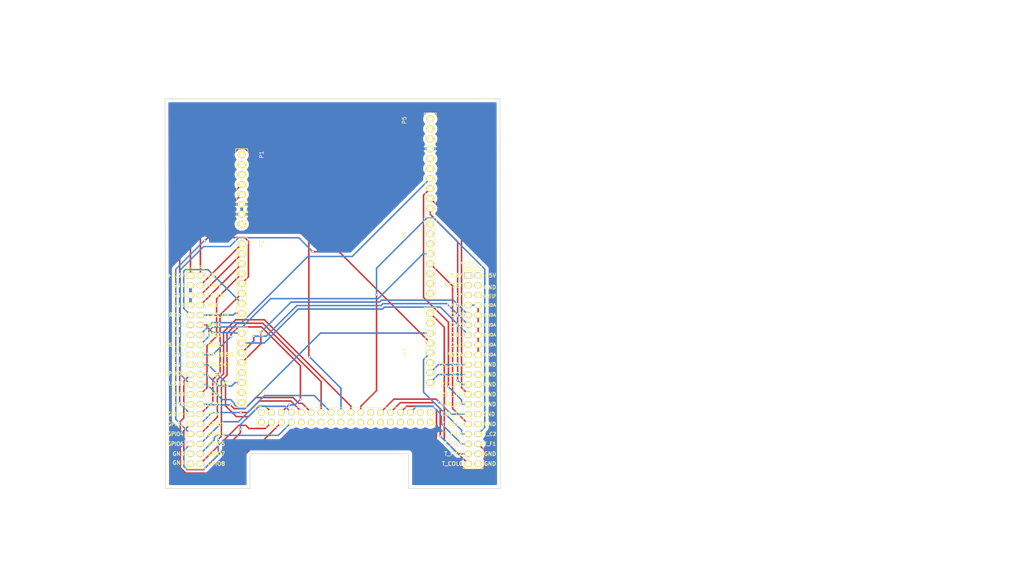
<source format=kicad_pcb>
(kicad_pcb (version 20171130) (host pcbnew 5.1.2-f72e74a~84~ubuntu19.04.1)

  (general
    (thickness 1.6)
    (drawings 35)
    (tracks 302)
    (zones 0)
    (modules 8)
    (nets 47)
  )

  (page A4)
  (title_block
    (title "Poncho Básico (Cambiar por el nombre del Poncho)")
    (date 2016-08-07)
    (rev 1.0)
    (company "Proyecto CIAA - COMPUTADORA INDUSTRIAL ABIERTA ARGENTINA")
    (comment 1 https://github.com/ciaa/Ponchos/tree/master/Basico/doc)
    (comment 2 "Autores y Licencia del template (Diego Brengi - UNLaM)")
    (comment 3 "Autor del poncho (COMPLETAR NOMBRE Y APELLIDO). Ver directorio \"doc\"")
  )

  (layers
    (0 F.Cu signal)
    (31 B.Cu signal)
    (32 B.Adhes user)
    (33 F.Adhes user)
    (34 B.Paste user)
    (35 F.Paste user)
    (36 B.SilkS user)
    (37 F.SilkS user)
    (38 B.Mask user)
    (39 F.Mask user)
    (40 Dwgs.User user)
    (41 Cmts.User user)
    (42 Eco1.User user)
    (43 Eco2.User user)
    (44 Edge.Cuts user)
    (45 Margin user)
    (46 B.CrtYd user)
    (47 F.CrtYd user)
    (48 B.Fab user)
    (49 F.Fab user)
  )

  (setup
    (last_trace_width 0.381)
    (user_trace_width 0.508)
    (user_trace_width 0.6)
    (user_trace_width 0.6)
    (user_trace_width 0.8)
    (user_trace_width 1)
    (user_trace_width 1.016)
    (user_trace_width 1.27)
    (user_trace_width 2)
    (trace_clearance 0.51)
    (zone_clearance 0.508)
    (zone_45_only no)
    (trace_min 0.2)
    (via_size 0.6)
    (via_drill 0.4)
    (via_min_size 0.4)
    (via_min_drill 0.3)
    (uvia_size 0.3)
    (uvia_drill 0.1)
    (uvias_allowed no)
    (uvia_min_size 0)
    (uvia_min_drill 0)
    (edge_width 0.15)
    (segment_width 0.2)
    (pcb_text_width 0.3)
    (pcb_text_size 1.5 1.5)
    (mod_edge_width 0.15)
    (mod_text_size 0.000001 0.000001)
    (mod_text_width 0.15)
    (pad_size 1.4 1.4)
    (pad_drill 0.6)
    (pad_to_mask_clearance 0.2)
    (aux_axis_origin 0 0)
    (visible_elements 7FFEFF7F)
    (pcbplotparams
      (layerselection 0x00020_80000000)
      (usegerberextensions false)
      (usegerberattributes false)
      (usegerberadvancedattributes false)
      (creategerberjobfile false)
      (excludeedgelayer false)
      (linewidth 0.100000)
      (plotframeref false)
      (viasonmask false)
      (mode 1)
      (useauxorigin false)
      (hpglpennumber 1)
      (hpglpenspeed 20)
      (hpglpendiameter 15.000000)
      (psnegative false)
      (psa4output false)
      (plotreference true)
      (plotvalue false)
      (plotinvisibletext false)
      (padsonsilk false)
      (subtractmaskfromsilk false)
      (outputformat 1)
      (mirror false)
      (drillshape 0)
      (scaleselection 1)
      (outputdirectory ""))
  )

  (net 0 "")
  (net 1 +5V)
  (net 2 GND)
  (net 3 +3.3VP)
  (net 4 GNDA)
  (net 5 /Ar_A7)
  (net 6 /Ar_A6)
  (net 7 /Ar_A5)
  (net 8 /Ar_A4)
  (net 9 /Ar_A3)
  (net 10 /Ar_A2)
  (net 11 /Ar_A1)
  (net 12 /Ar_A0)
  (net 13 /Ar_A13)
  (net 14 /Ar_A8)
  (net 15 /Ar_24)
  (net 16 /Ar_26)
  (net 17 /Ar_28)
  (net 18 /Ar_30)
  (net 19 /Ar_34)
  (net 20 /Ar_36)
  (net 21 /Ar_38)
  (net 22 /Ar_40)
  (net 23 /Ar_42)
  (net 24 /Ar_44)
  (net 25 /Ar_46)
  (net 26 /Ar_49)
  (net 27 /Ar_48)
  (net 28 /Ar_51)
  (net 29 /Ar_50)
  (net 30 /Ar_53)
  (net 31 /Ar_52)
  (net 32 /Ar_8)
  (net 33 /Ar_9)
  (net 34 /Ar_10)
  (net 35 /Ar_11)
  (net 36 /Ar_3)
  (net 37 /Ar_4)
  (net 38 /Ar_21)
  (net 39 /Ar_20)
  (net 40 /Ar_18)
  (net 41 /Ar_17)
  (net 42 /Ar_16)
  (net 43 /Ar_14)
  (net 44 /Ar_A11)
  (net 45 /Ar_A10)
  (net 46 /Ar_A9)

  (net_class Default "This is the default net class."
    (clearance 0.51)
    (trace_width 0.381)
    (via_dia 0.6)
    (via_drill 0.4)
    (uvia_dia 0.3)
    (uvia_drill 0.1)
    (add_net +3.3VP)
    (add_net +5V)
    (add_net /Ar_10)
    (add_net /Ar_11)
    (add_net /Ar_14)
    (add_net /Ar_16)
    (add_net /Ar_17)
    (add_net /Ar_18)
    (add_net /Ar_20)
    (add_net /Ar_21)
    (add_net /Ar_24)
    (add_net /Ar_26)
    (add_net /Ar_28)
    (add_net /Ar_3)
    (add_net /Ar_30)
    (add_net /Ar_34)
    (add_net /Ar_36)
    (add_net /Ar_38)
    (add_net /Ar_4)
    (add_net /Ar_40)
    (add_net /Ar_42)
    (add_net /Ar_44)
    (add_net /Ar_46)
    (add_net /Ar_48)
    (add_net /Ar_49)
    (add_net /Ar_50)
    (add_net /Ar_51)
    (add_net /Ar_52)
    (add_net /Ar_53)
    (add_net /Ar_8)
    (add_net /Ar_9)
    (add_net /Ar_A0)
    (add_net /Ar_A1)
    (add_net /Ar_A10)
    (add_net /Ar_A11)
    (add_net /Ar_A13)
    (add_net /Ar_A2)
    (add_net /Ar_A3)
    (add_net /Ar_A4)
    (add_net /Ar_A5)
    (add_net /Ar_A6)
    (add_net /Ar_A7)
    (add_net /Ar_A8)
    (add_net /Ar_A9)
    (add_net GND)
    (add_net GNDA)
  )

  (module footprint:Socket_Strip_Arduino_1x08 (layer F.Cu) (tedit 551AFADB) (tstamp 5CF83A64)
    (at 127.435 96.06 270)
    (descr "Through hole socket strip")
    (tags "socket strip")
    (path /56D73F2C)
    (fp_text reference P7 (at 9.94 6.435 90) (layer F.SilkS)
      (effects (font (size 1 1) (thickness 0.15)))
    )
    (fp_text value Communication (at 9.04 4.435 90) (layer F.Fab)
      (effects (font (size 1 1) (thickness 0.15)))
    )
    (fp_line (start -1.55 -1.55) (end -1.55 1.55) (layer F.SilkS) (width 0.15))
    (fp_line (start 0 -1.55) (end -1.55 -1.55) (layer F.SilkS) (width 0.15))
    (fp_line (start 1.27 1.27) (end 1.27 -1.27) (layer F.SilkS) (width 0.15))
    (fp_line (start -1.55 1.55) (end 0 1.55) (layer F.SilkS) (width 0.15))
    (fp_line (start 19.05 -1.27) (end 1.27 -1.27) (layer F.SilkS) (width 0.15))
    (fp_line (start 19.05 1.27) (end 19.05 -1.27) (layer F.SilkS) (width 0.15))
    (fp_line (start 1.27 1.27) (end 19.05 1.27) (layer F.SilkS) (width 0.15))
    (fp_line (start -1.75 1.75) (end 19.55 1.75) (layer F.CrtYd) (width 0.05))
    (fp_line (start -1.75 -1.75) (end 19.55 -1.75) (layer F.CrtYd) (width 0.05))
    (fp_line (start 19.55 -1.75) (end 19.55 1.75) (layer F.CrtYd) (width 0.05))
    (fp_line (start -1.75 -1.75) (end -1.75 1.75) (layer F.CrtYd) (width 0.05))
    (pad 8 thru_hole oval (at 17.78 0 270) (size 1.7272 2.032) (drill 1.016) (layers *.Cu *.Mask F.SilkS)
      (net 38 /Ar_21))
    (pad 7 thru_hole oval (at 15.24 0 270) (size 1.7272 2.032) (drill 1.016) (layers *.Cu *.Mask F.SilkS)
      (net 39 /Ar_20))
    (pad 6 thru_hole oval (at 12.7 0 270) (size 1.7272 2.032) (drill 1.016) (layers *.Cu *.Mask F.SilkS))
    (pad 5 thru_hole oval (at 10.16 0 270) (size 1.7272 2.032) (drill 1.016) (layers *.Cu *.Mask F.SilkS)
      (net 40 /Ar_18))
    (pad 4 thru_hole oval (at 7.62 0 270) (size 1.7272 2.032) (drill 1.016) (layers *.Cu *.Mask F.SilkS)
      (net 41 /Ar_17))
    (pad 3 thru_hole oval (at 5.08 0 270) (size 1.7272 2.032) (drill 1.016) (layers *.Cu *.Mask F.SilkS)
      (net 42 /Ar_16))
    (pad 2 thru_hole oval (at 2.54 0 270) (size 1.7272 2.032) (drill 1.016) (layers *.Cu *.Mask F.SilkS))
    (pad 1 thru_hole oval (at 0 0 270) (size 1.7272 2.032) (drill 1.016) (layers *.Cu *.Mask F.SilkS)
      (net 43 /Ar_14))
    (model ${KIPRJMOD}/Socket_Arduino_Mega.3dshapes/Socket_header_Arduino_1x08.wrl
      (offset (xyz 8.889999866485596 0 0))
      (scale (xyz 1 1 1))
      (rotate (xyz 0 0 180))
    )
  )

  (module footprint:Socket_Strip_Arduino_1x08 (layer F.Cu) (tedit 551AFADB) (tstamp 5CF22927)
    (at 127.435 73.2 270)
    (descr "Through hole socket strip")
    (tags "socket strip")
    (path /56D734D0)
    (fp_text reference P6 (at 2.9 6.635 90) (layer F.SilkS)
      (effects (font (size 1 1) (thickness 0.15)))
    )
    (fp_text value PWM (at 2.4 4.335 90) (layer F.Fab)
      (effects (font (size 1 1) (thickness 0.15)))
    )
    (fp_line (start -1.55 -1.55) (end -1.55 1.55) (layer F.SilkS) (width 0.15))
    (fp_line (start 0 -1.55) (end -1.55 -1.55) (layer F.SilkS) (width 0.15))
    (fp_line (start 1.27 1.27) (end 1.27 -1.27) (layer F.SilkS) (width 0.15))
    (fp_line (start -1.55 1.55) (end 0 1.55) (layer F.SilkS) (width 0.15))
    (fp_line (start 19.05 -1.27) (end 1.27 -1.27) (layer F.SilkS) (width 0.15))
    (fp_line (start 19.05 1.27) (end 19.05 -1.27) (layer F.SilkS) (width 0.15))
    (fp_line (start 1.27 1.27) (end 19.05 1.27) (layer F.SilkS) (width 0.15))
    (fp_line (start -1.75 1.75) (end 19.55 1.75) (layer F.CrtYd) (width 0.05))
    (fp_line (start -1.75 -1.75) (end 19.55 -1.75) (layer F.CrtYd) (width 0.05))
    (fp_line (start 19.55 -1.75) (end 19.55 1.75) (layer F.CrtYd) (width 0.05))
    (fp_line (start -1.75 -1.75) (end -1.75 1.75) (layer F.CrtYd) (width 0.05))
    (pad 8 thru_hole oval (at 17.78 0 270) (size 1.7272 2.032) (drill 1.016) (layers *.Cu *.Mask F.SilkS))
    (pad 7 thru_hole oval (at 15.24 0 270) (size 1.7272 2.032) (drill 1.016) (layers *.Cu *.Mask F.SilkS))
    (pad 6 thru_hole oval (at 12.7 0 270) (size 1.7272 2.032) (drill 1.016) (layers *.Cu *.Mask F.SilkS))
    (pad 5 thru_hole oval (at 10.16 0 270) (size 1.7272 2.032) (drill 1.016) (layers *.Cu *.Mask F.SilkS)
      (net 36 /Ar_3))
    (pad 4 thru_hole oval (at 7.62 0 270) (size 1.7272 2.032) (drill 1.016) (layers *.Cu *.Mask F.SilkS)
      (net 37 /Ar_4))
    (pad 3 thru_hole oval (at 5.08 0 270) (size 1.7272 2.032) (drill 1.016) (layers *.Cu *.Mask F.SilkS))
    (pad 2 thru_hole oval (at 2.54 0 270) (size 1.7272 2.032) (drill 1.016) (layers *.Cu *.Mask F.SilkS))
    (pad 1 thru_hole oval (at 0 0 270) (size 1.7272 2.032) (drill 1.016) (layers *.Cu *.Mask F.SilkS))
    (model ${KIPRJMOD}/Socket_Arduino_Mega.3dshapes/Socket_header_Arduino_1x08.wrl
      (offset (xyz 8.889999866485596 0 0))
      (scale (xyz 1 1 1))
      (rotate (xyz 0 0 180))
    )
  )

  (module footprint:Socket_Strip_Arduino_1x10 (layer F.Cu) (tedit 551AFAF3) (tstamp 5CF22910)
    (at 127.44 46.28 270)
    (descr "Through hole socket strip")
    (tags "socket strip")
    (path /56D72368)
    (fp_text reference P5 (at 0.32 6.64 90) (layer F.SilkS)
      (effects (font (size 1 1) (thickness 0.15)))
    )
    (fp_text value PWM (at 0.42 4.34 90) (layer F.Fab)
      (effects (font (size 1 1) (thickness 0.15)))
    )
    (fp_line (start -1.55 -1.55) (end -1.55 1.55) (layer F.SilkS) (width 0.15))
    (fp_line (start 0 -1.55) (end -1.55 -1.55) (layer F.SilkS) (width 0.15))
    (fp_line (start 1.27 1.27) (end 1.27 -1.27) (layer F.SilkS) (width 0.15))
    (fp_line (start -1.55 1.55) (end 0 1.55) (layer F.SilkS) (width 0.15))
    (fp_line (start 24.13 -1.27) (end 1.27 -1.27) (layer F.SilkS) (width 0.15))
    (fp_line (start 24.13 1.27) (end 24.13 -1.27) (layer F.SilkS) (width 0.15))
    (fp_line (start 1.27 1.27) (end 24.13 1.27) (layer F.SilkS) (width 0.15))
    (fp_line (start -1.75 1.75) (end 24.65 1.75) (layer F.CrtYd) (width 0.05))
    (fp_line (start -1.75 -1.75) (end 24.65 -1.75) (layer F.CrtYd) (width 0.05))
    (fp_line (start 24.65 -1.75) (end 24.65 1.75) (layer F.CrtYd) (width 0.05))
    (fp_line (start -1.75 -1.75) (end -1.75 1.75) (layer F.CrtYd) (width 0.05))
    (pad 10 thru_hole oval (at 22.86 0 270) (size 1.7272 2.032) (drill 1.016) (layers *.Cu *.Mask F.SilkS)
      (net 32 /Ar_8))
    (pad 9 thru_hole oval (at 20.32 0 270) (size 1.7272 2.032) (drill 1.016) (layers *.Cu *.Mask F.SilkS)
      (net 33 /Ar_9))
    (pad 8 thru_hole oval (at 17.78 0 270) (size 1.7272 2.032) (drill 1.016) (layers *.Cu *.Mask F.SilkS)
      (net 34 /Ar_10))
    (pad 7 thru_hole oval (at 15.24 0 270) (size 1.7272 2.032) (drill 1.016) (layers *.Cu *.Mask F.SilkS)
      (net 35 /Ar_11))
    (pad 6 thru_hole oval (at 12.7 0 270) (size 1.7272 2.032) (drill 1.016) (layers *.Cu *.Mask F.SilkS))
    (pad 5 thru_hole oval (at 10.16 0 270) (size 1.7272 2.032) (drill 1.016) (layers *.Cu *.Mask F.SilkS))
    (pad 4 thru_hole oval (at 7.62 0 270) (size 1.7272 2.032) (drill 1.016) (layers *.Cu *.Mask F.SilkS)
      (net 2 GND))
    (pad 3 thru_hole oval (at 5.08 0 270) (size 1.7272 2.032) (drill 1.016) (layers *.Cu *.Mask F.SilkS))
    (pad 2 thru_hole oval (at 2.54 0 270) (size 1.7272 2.032) (drill 1.016) (layers *.Cu *.Mask F.SilkS))
    (pad 1 thru_hole oval (at 0 0 270) (size 1.7272 2.032) (drill 1.016) (layers *.Cu *.Mask F.SilkS))
    (model ${KIPRJMOD}/Socket_Arduino_Mega.3dshapes/Socket_header_Arduino_1x10.wrl
      (offset (xyz 11.42999982833862 0 0))
      (scale (xyz 1 1 1))
      (rotate (xyz 0 0 180))
    )
  )

  (module footprint:Socket_Strip_Arduino_2x18 (layer F.Cu) (tedit 5519A013) (tstamp 5CF228F7)
    (at 84.26 121.46)
    (descr "Through hole socket strip")
    (tags "socket strip")
    (path /56D743B5)
    (fp_text reference P4 (at 0 -5.1) (layer F.SilkS)
      (effects (font (size 1 1) (thickness 0.15)))
    )
    (fp_text value Digital (at 0 -3.1) (layer F.Fab)
      (effects (font (size 1 1) (thickness 0.15)))
    )
    (fp_line (start -1.55 -1.55) (end -1.55 0) (layer F.SilkS) (width 0.15))
    (fp_line (start 1.27 1.27) (end 1.27 -1.27) (layer F.SilkS) (width 0.15))
    (fp_line (start -1.27 1.27) (end 1.27 1.27) (layer F.SilkS) (width 0.15))
    (fp_line (start 0 -1.55) (end -1.55 -1.55) (layer F.SilkS) (width 0.15))
    (fp_line (start -1.27 3.81) (end -1.27 1.27) (layer F.SilkS) (width 0.15))
    (fp_line (start 44.45 3.81) (end 44.45 -1.27) (layer F.SilkS) (width 0.15))
    (fp_line (start 44.45 -1.27) (end 1.27 -1.27) (layer F.SilkS) (width 0.15))
    (fp_line (start -1.27 3.81) (end 44.45 3.81) (layer F.SilkS) (width 0.15))
    (fp_line (start -1.75 4.3) (end 44.95 4.3) (layer F.CrtYd) (width 0.05))
    (fp_line (start -1.75 -1.75) (end 44.95 -1.75) (layer F.CrtYd) (width 0.05))
    (fp_line (start 44.95 -1.75) (end 44.95 4.3) (layer F.CrtYd) (width 0.05))
    (fp_line (start -1.75 -1.75) (end -1.75 4.3) (layer F.CrtYd) (width 0.05))
    (pad 36 thru_hole oval (at 43.18 2.54) (size 1.7272 1.7272) (drill 1.016) (layers *.Cu *.Mask F.SilkS))
    (pad 35 thru_hole oval (at 43.18 0) (size 1.7272 1.7272) (drill 1.016) (layers *.Cu *.Mask F.SilkS))
    (pad 34 thru_hole oval (at 40.64 2.54) (size 1.7272 1.7272) (drill 1.016) (layers *.Cu *.Mask F.SilkS))
    (pad 33 thru_hole oval (at 40.64 0) (size 1.7272 1.7272) (drill 1.016) (layers *.Cu *.Mask F.SilkS))
    (pad 32 thru_hole oval (at 38.1 2.54) (size 1.7272 1.7272) (drill 1.016) (layers *.Cu *.Mask F.SilkS))
    (pad 31 thru_hole oval (at 38.1 0) (size 1.7272 1.7272) (drill 1.016) (layers *.Cu *.Mask F.SilkS)
      (net 15 /Ar_24))
    (pad 30 thru_hole oval (at 35.56 2.54) (size 1.7272 1.7272) (drill 1.016) (layers *.Cu *.Mask F.SilkS))
    (pad 29 thru_hole oval (at 35.56 0) (size 1.7272 1.7272) (drill 1.016) (layers *.Cu *.Mask F.SilkS)
      (net 16 /Ar_26))
    (pad 28 thru_hole oval (at 33.02 2.54) (size 1.7272 1.7272) (drill 1.016) (layers *.Cu *.Mask F.SilkS))
    (pad 27 thru_hole oval (at 33.02 0) (size 1.7272 1.7272) (drill 1.016) (layers *.Cu *.Mask F.SilkS)
      (net 17 /Ar_28))
    (pad 26 thru_hole oval (at 30.48 2.54) (size 1.7272 1.7272) (drill 1.016) (layers *.Cu *.Mask F.SilkS))
    (pad 25 thru_hole oval (at 30.48 0) (size 1.7272 1.7272) (drill 1.016) (layers *.Cu *.Mask F.SilkS)
      (net 18 /Ar_30))
    (pad 24 thru_hole oval (at 27.94 2.54) (size 1.7272 1.7272) (drill 1.016) (layers *.Cu *.Mask F.SilkS))
    (pad 23 thru_hole oval (at 27.94 0) (size 1.7272 1.7272) (drill 1.016) (layers *.Cu *.Mask F.SilkS))
    (pad 22 thru_hole oval (at 25.4 2.54) (size 1.7272 1.7272) (drill 1.016) (layers *.Cu *.Mask F.SilkS))
    (pad 21 thru_hole oval (at 25.4 0) (size 1.7272 1.7272) (drill 1.016) (layers *.Cu *.Mask F.SilkS)
      (net 19 /Ar_34))
    (pad 20 thru_hole oval (at 22.86 2.54) (size 1.7272 1.7272) (drill 1.016) (layers *.Cu *.Mask F.SilkS))
    (pad 19 thru_hole oval (at 22.86 0) (size 1.7272 1.7272) (drill 1.016) (layers *.Cu *.Mask F.SilkS)
      (net 20 /Ar_36))
    (pad 18 thru_hole oval (at 20.32 2.54) (size 1.7272 1.7272) (drill 1.016) (layers *.Cu *.Mask F.SilkS))
    (pad 17 thru_hole oval (at 20.32 0) (size 1.7272 1.7272) (drill 1.016) (layers *.Cu *.Mask F.SilkS)
      (net 21 /Ar_38))
    (pad 16 thru_hole oval (at 17.78 2.54) (size 1.7272 1.7272) (drill 1.016) (layers *.Cu *.Mask F.SilkS))
    (pad 15 thru_hole oval (at 17.78 0) (size 1.7272 1.7272) (drill 1.016) (layers *.Cu *.Mask F.SilkS)
      (net 22 /Ar_40))
    (pad 14 thru_hole oval (at 15.24 2.54) (size 1.7272 1.7272) (drill 1.016) (layers *.Cu *.Mask F.SilkS))
    (pad 13 thru_hole oval (at 15.24 0) (size 1.7272 1.7272) (drill 1.016) (layers *.Cu *.Mask F.SilkS)
      (net 23 /Ar_42))
    (pad 12 thru_hole oval (at 12.7 2.54) (size 1.7272 1.7272) (drill 1.016) (layers *.Cu *.Mask F.SilkS))
    (pad 11 thru_hole oval (at 12.7 0) (size 1.7272 1.7272) (drill 1.016) (layers *.Cu *.Mask F.SilkS)
      (net 24 /Ar_44))
    (pad 10 thru_hole oval (at 10.16 2.54) (size 1.7272 1.7272) (drill 1.016) (layers *.Cu *.Mask F.SilkS))
    (pad 9 thru_hole oval (at 10.16 0) (size 1.7272 1.7272) (drill 1.016) (layers *.Cu *.Mask F.SilkS)
      (net 25 /Ar_46))
    (pad 8 thru_hole oval (at 7.62 2.54) (size 1.7272 1.7272) (drill 1.016) (layers *.Cu *.Mask F.SilkS)
      (net 26 /Ar_49))
    (pad 7 thru_hole oval (at 7.62 0) (size 1.7272 1.7272) (drill 1.016) (layers *.Cu *.Mask F.SilkS)
      (net 27 /Ar_48))
    (pad 6 thru_hole oval (at 5.08 2.54) (size 1.7272 1.7272) (drill 1.016) (layers *.Cu *.Mask F.SilkS)
      (net 28 /Ar_51))
    (pad 5 thru_hole oval (at 5.08 0) (size 1.7272 1.7272) (drill 1.016) (layers *.Cu *.Mask F.SilkS)
      (net 29 /Ar_50))
    (pad 4 thru_hole oval (at 2.54 2.54) (size 1.7272 1.7272) (drill 1.016) (layers *.Cu *.Mask F.SilkS)
      (net 30 /Ar_53))
    (pad 3 thru_hole oval (at 2.54 0) (size 1.7272 1.7272) (drill 1.016) (layers *.Cu *.Mask F.SilkS)
      (net 31 /Ar_52))
    (pad 2 thru_hole oval (at 0 2.54) (size 1.7272 1.7272) (drill 1.016) (layers *.Cu *.Mask F.SilkS))
    (pad 1 thru_hole circle (at 0 0) (size 1.7272 1.7272) (drill 1.016) (layers *.Cu *.Mask F.SilkS))
    (model ${KIPRJMOD}/Socket_Arduino_Mega.3dshapes/Socket_header_Arduino_2x18.wrl
      (offset (xyz 21.58999967575073 -1.269999980926514 0))
      (scale (xyz 1 1 1))
      (rotate (xyz 0 0 180))
    )
  )

  (module footprint:Socket_Strip_Arduino_1x08 (layer F.Cu) (tedit 551AFADB) (tstamp 5CF84015)
    (at 79.16 101.14 270)
    (descr "Through hole socket strip")
    (tags "socket strip")
    (path /56D73A0E)
    (fp_text reference P3 (at 0 -5.1 90) (layer F.SilkS)
      (effects (font (size 1 1) (thickness 0.15)))
    )
    (fp_text value Analog (at 0 -3.1 90) (layer F.Fab)
      (effects (font (size 1 1) (thickness 0.15)))
    )
    (fp_line (start -1.55 -1.55) (end -1.55 1.55) (layer F.SilkS) (width 0.15))
    (fp_line (start 0 -1.55) (end -1.55 -1.55) (layer F.SilkS) (width 0.15))
    (fp_line (start 1.27 1.27) (end 1.27 -1.27) (layer F.SilkS) (width 0.15))
    (fp_line (start -1.55 1.55) (end 0 1.55) (layer F.SilkS) (width 0.15))
    (fp_line (start 19.05 -1.27) (end 1.27 -1.27) (layer F.SilkS) (width 0.15))
    (fp_line (start 19.05 1.27) (end 19.05 -1.27) (layer F.SilkS) (width 0.15))
    (fp_line (start 1.27 1.27) (end 19.05 1.27) (layer F.SilkS) (width 0.15))
    (fp_line (start -1.75 1.75) (end 19.55 1.75) (layer F.CrtYd) (width 0.05))
    (fp_line (start -1.75 -1.75) (end 19.55 -1.75) (layer F.CrtYd) (width 0.05))
    (fp_line (start 19.55 -1.75) (end 19.55 1.75) (layer F.CrtYd) (width 0.05))
    (fp_line (start -1.75 -1.75) (end -1.75 1.75) (layer F.CrtYd) (width 0.05))
    (pad 8 thru_hole oval (at 17.78 0 270) (size 1.7272 2.032) (drill 1.016) (layers *.Cu *.Mask F.SilkS))
    (pad 7 thru_hole oval (at 15.24 0 270) (size 1.7272 2.032) (drill 1.016) (layers *.Cu *.Mask F.SilkS))
    (pad 6 thru_hole oval (at 12.7 0 270) (size 1.7272 2.032) (drill 1.016) (layers *.Cu *.Mask F.SilkS)
      (net 13 /Ar_A13))
    (pad 5 thru_hole oval (at 10.16 0 270) (size 1.7272 2.032) (drill 1.016) (layers *.Cu *.Mask F.SilkS))
    (pad 4 thru_hole oval (at 7.62 0 270) (size 1.7272 2.032) (drill 1.016) (layers *.Cu *.Mask F.SilkS)
      (net 44 /Ar_A11))
    (pad 3 thru_hole oval (at 5.08 0 270) (size 1.7272 2.032) (drill 1.016) (layers *.Cu *.Mask F.SilkS)
      (net 45 /Ar_A10))
    (pad 2 thru_hole oval (at 2.54 0 270) (size 1.7272 2.032) (drill 1.016) (layers *.Cu *.Mask F.SilkS)
      (net 46 /Ar_A9))
    (pad 1 thru_hole oval (at 0 0 270) (size 1.7272 2.032) (drill 1.016) (layers *.Cu *.Mask F.SilkS)
      (net 14 /Ar_A8))
    (model ${KIPRJMOD}/Socket_Arduino_Mega.3dshapes/Socket_header_Arduino_1x08.wrl
      (offset (xyz 8.889999866485596 0 0))
      (scale (xyz 1 1 1))
      (rotate (xyz 0 0 180))
    )
  )

  (module footprint:Socket_Strip_Arduino_1x08 (layer F.Cu) (tedit 551AFADB) (tstamp 5CF228AC)
    (at 79.16 78.28 270)
    (descr "Through hole socket strip")
    (tags "socket strip")
    (path /56D72F1C)
    (fp_text reference P2 (at 0 -5.1 90) (layer F.SilkS)
      (effects (font (size 1 1) (thickness 0.15)))
    )
    (fp_text value Analog (at 0 -3.1 90) (layer F.Fab)
      (effects (font (size 1 1) (thickness 0.15)))
    )
    (fp_line (start -1.55 -1.55) (end -1.55 1.55) (layer F.SilkS) (width 0.15))
    (fp_line (start 0 -1.55) (end -1.55 -1.55) (layer F.SilkS) (width 0.15))
    (fp_line (start 1.27 1.27) (end 1.27 -1.27) (layer F.SilkS) (width 0.15))
    (fp_line (start -1.55 1.55) (end 0 1.55) (layer F.SilkS) (width 0.15))
    (fp_line (start 19.05 -1.27) (end 1.27 -1.27) (layer F.SilkS) (width 0.15))
    (fp_line (start 19.05 1.27) (end 19.05 -1.27) (layer F.SilkS) (width 0.15))
    (fp_line (start 1.27 1.27) (end 19.05 1.27) (layer F.SilkS) (width 0.15))
    (fp_line (start -1.75 1.75) (end 19.55 1.75) (layer F.CrtYd) (width 0.05))
    (fp_line (start -1.75 -1.75) (end 19.55 -1.75) (layer F.CrtYd) (width 0.05))
    (fp_line (start 19.55 -1.75) (end 19.55 1.75) (layer F.CrtYd) (width 0.05))
    (fp_line (start -1.75 -1.75) (end -1.75 1.75) (layer F.CrtYd) (width 0.05))
    (pad 8 thru_hole oval (at 17.78 0 270) (size 1.7272 2.032) (drill 1.016) (layers *.Cu *.Mask F.SilkS)
      (net 5 /Ar_A7))
    (pad 7 thru_hole oval (at 15.24 0 270) (size 1.7272 2.032) (drill 1.016) (layers *.Cu *.Mask F.SilkS)
      (net 6 /Ar_A6))
    (pad 6 thru_hole oval (at 12.7 0 270) (size 1.7272 2.032) (drill 1.016) (layers *.Cu *.Mask F.SilkS)
      (net 7 /Ar_A5))
    (pad 5 thru_hole oval (at 10.16 0 270) (size 1.7272 2.032) (drill 1.016) (layers *.Cu *.Mask F.SilkS)
      (net 8 /Ar_A4))
    (pad 4 thru_hole oval (at 7.62 0 270) (size 1.7272 2.032) (drill 1.016) (layers *.Cu *.Mask F.SilkS)
      (net 9 /Ar_A3))
    (pad 3 thru_hole oval (at 5.08 0 270) (size 1.7272 2.032) (drill 1.016) (layers *.Cu *.Mask F.SilkS)
      (net 10 /Ar_A2))
    (pad 2 thru_hole oval (at 2.54 0 270) (size 1.7272 2.032) (drill 1.016) (layers *.Cu *.Mask F.SilkS)
      (net 11 /Ar_A1))
    (pad 1 thru_hole oval (at 0 0 270) (size 1.7272 2.032) (drill 1.016) (layers *.Cu *.Mask F.SilkS)
      (net 12 /Ar_A0))
    (model ${KIPRJMOD}/Socket_Arduino_Mega.3dshapes/Socket_header_Arduino_1x08.wrl
      (offset (xyz 8.889999866485596 0 0))
      (scale (xyz 1 1 1))
      (rotate (xyz 0 0 180))
    )
  )

  (module footprint:Socket_Strip_Arduino_1x08 (layer F.Cu) (tedit 551AFADB) (tstamp 5CF22895)
    (at 79.16 55.42 270)
    (descr "Through hole socket strip")
    (tags "socket strip")
    (path /56D71773)
    (fp_text reference P1 (at 0 -5.1 90) (layer F.SilkS)
      (effects (font (size 1 1) (thickness 0.15)))
    )
    (fp_text value Power (at 0 -3.1 90) (layer F.Fab)
      (effects (font (size 1 1) (thickness 0.15)))
    )
    (fp_line (start -1.55 -1.55) (end -1.55 1.55) (layer F.SilkS) (width 0.15))
    (fp_line (start 0 -1.55) (end -1.55 -1.55) (layer F.SilkS) (width 0.15))
    (fp_line (start 1.27 1.27) (end 1.27 -1.27) (layer F.SilkS) (width 0.15))
    (fp_line (start -1.55 1.55) (end 0 1.55) (layer F.SilkS) (width 0.15))
    (fp_line (start 19.05 -1.27) (end 1.27 -1.27) (layer F.SilkS) (width 0.15))
    (fp_line (start 19.05 1.27) (end 19.05 -1.27) (layer F.SilkS) (width 0.15))
    (fp_line (start 1.27 1.27) (end 19.05 1.27) (layer F.SilkS) (width 0.15))
    (fp_line (start -1.75 1.75) (end 19.55 1.75) (layer F.CrtYd) (width 0.05))
    (fp_line (start -1.75 -1.75) (end 19.55 -1.75) (layer F.CrtYd) (width 0.05))
    (fp_line (start 19.55 -1.75) (end 19.55 1.75) (layer F.CrtYd) (width 0.05))
    (fp_line (start -1.75 -1.75) (end -1.75 1.75) (layer F.CrtYd) (width 0.05))
    (pad 8 thru_hole oval (at 17.78 0 270) (size 1.7272 2.032) (drill 1.016) (layers *.Cu *.Mask F.SilkS))
    (pad 7 thru_hole oval (at 15.24 0 270) (size 1.7272 2.032) (drill 1.016) (layers *.Cu *.Mask F.SilkS)
      (net 2 GND))
    (pad 6 thru_hole oval (at 12.7 0 270) (size 1.7272 2.032) (drill 1.016) (layers *.Cu *.Mask F.SilkS)
      (net 2 GND))
    (pad 5 thru_hole oval (at 10.16 0 270) (size 1.7272 2.032) (drill 1.016) (layers *.Cu *.Mask F.SilkS)
      (net 1 +5V))
    (pad 4 thru_hole oval (at 7.62 0 270) (size 1.7272 2.032) (drill 1.016) (layers *.Cu *.Mask F.SilkS)
      (net 3 +3.3VP))
    (pad 3 thru_hole oval (at 5.08 0 270) (size 1.7272 2.032) (drill 1.016) (layers *.Cu *.Mask F.SilkS))
    (pad 2 thru_hole oval (at 2.54 0 270) (size 1.7272 2.032) (drill 1.016) (layers *.Cu *.Mask F.SilkS))
    (pad 1 thru_hole oval (at 0 0 270) (size 1.7272 2.032) (drill 1.016) (layers *.Cu *.Mask F.SilkS))
    (model ${KIPRJMOD}/Socket_Arduino_Mega.3dshapes/Socket_header_Arduino_1x08.wrl
      (offset (xyz 8.889999866485596 0 0))
      (scale (xyz 1 1 1))
      (rotate (xyz 0 0 180))
    )
  )

  (module footprint:Conn_Poncho_SinBorde locked (layer F.Cu) (tedit 560F0DC0) (tstamp 57A7DEE4)
    (at 137.16 86.36)
    (tags "CONN Poncho")
    (path /57A7A0F8)
    (fp_text reference XA101 (at -0.254 -3.175) (layer F.SilkS)
      (effects (font (size 0.8 0.8) (thickness 0.12)))
    )
    (fp_text value Conn_Poncho2P_2x_20x2 (at -1.905 51.181) (layer F.SilkS) hide
      (effects (font (size 1.016 1.016) (thickness 0.2032)))
    )
    (fp_text user GPIO8 (at -64.516 48.26) (layer F.SilkS)
      (effects (font (size 1 1) (thickness 0.2)))
    )
    (fp_text user GPIO7 (at -64.516 45.72) (layer F.SilkS)
      (effects (font (size 1 1) (thickness 0.2)))
    )
    (fp_text user GPIO5 (at -64.516 43.18) (layer F.SilkS)
      (effects (font (size 1 1) (thickness 0.2)))
    )
    (fp_text user GPIO3 (at -64.516 40.64) (layer F.SilkS)
      (effects (font (size 1 1) (thickness 0.2)))
    )
    (fp_text user GPIO1 (at -64.516 38.1) (layer F.SilkS)
      (effects (font (size 1 1) (thickness 0.2)))
    )
    (fp_text user LCD1 (at -65.024 35.56) (layer F.SilkS)
      (effects (font (size 1 1) (thickness 0.2)))
    )
    (fp_text user LCD2 (at -65.024 33.02) (layer F.SilkS)
      (effects (font (size 1 1) (thickness 0.2)))
    )
    (fp_text user LCD3 (at -65.024 30.48) (layer F.SilkS)
      (effects (font (size 1 1) (thickness 0.2)))
    )
    (fp_text user LCD_RS (at -64.008 27.94) (layer F.SilkS)
      (effects (font (size 1 1) (thickness 0.2)))
    )
    (fp_text user LCD4 (at -65.024 25.4) (layer F.SilkS)
      (effects (font (size 1 1) (thickness 0.2)))
    )
    (fp_text user SPI_SCK (at -63.754 22.86) (layer F.SilkS)
      (effects (font (size 1 1) (thickness 0.2)))
    )
    (fp_text user SPI_MISO (at -63.5 20.32) (layer F.SilkS)
      (effects (font (size 1 1) (thickness 0.2)))
    )
    (fp_text user TXD1 (at -65.024 17.78) (layer F.SilkS)
      (effects (font (size 1 1) (thickness 0.2)))
    )
    (fp_text user TXD0 (at -65.024 15.24) (layer F.SilkS)
      (effects (font (size 1 1) (thickness 0.2)))
    )
    (fp_text user MDIO (at -65.024 12.7) (layer F.SilkS)
      (effects (font (size 1 1) (thickness 0.2)))
    )
    (fp_text user CRS_DV (at -64.008 10.16) (layer F.SilkS)
      (effects (font (size 1 1) (thickness 0.2)))
    )
    (fp_text user MDC (at -65.278 7.62) (layer F.SilkS)
      (effects (font (size 1 1) (thickness 0.2)))
    )
    (fp_text user TX_EN (at -64.77 5.08) (layer F.SilkS)
      (effects (font (size 1 1) (thickness 0.2)))
    )
    (fp_text user RXD1 (at -65.024 2.54) (layer F.SilkS)
      (effects (font (size 1 1) (thickness 0.2)))
    )
    (fp_text user +5V (at -65.532 0) (layer F.SilkS)
      (effects (font (size 1 1) (thickness 0.2)))
    )
    (fp_text user GND (at -74.168 48.006) (layer F.SilkS)
      (effects (font (size 1 1) (thickness 0.2)))
    )
    (fp_text user GND (at -74.168 45.72) (layer F.SilkS)
      (effects (font (size 1 1) (thickness 0.2)))
    )
    (fp_text user GPIO6 (at -74.93 43.18) (layer F.SilkS)
      (effects (font (size 1 0.9) (thickness 0.2)))
    )
    (fp_text user GPIO4 (at -74.93 40.64) (layer F.SilkS)
      (effects (font (size 1 0.9) (thickness 0.2)))
    )
    (fp_text user GPIO2 (at -74.93 38.1) (layer F.SilkS)
      (effects (font (size 1 0.9) (thickness 0.2)))
    )
    (fp_text user GPIO0 (at -74.93 35.56) (layer F.SilkS)
      (effects (font (size 1 0.9) (thickness 0.2)))
    )
    (fp_text user GND (at -74.168 33.02) (layer F.SilkS)
      (effects (font (size 1 1) (thickness 0.2)))
    )
    (fp_text user GND (at -74.168 30.48) (layer F.SilkS)
      (effects (font (size 1 1) (thickness 0.2)))
    )
    (fp_text user LCD_EN (at -74.676 27.686) (layer F.SilkS)
      (effects (font (size 1 0.7) (thickness 0.17)))
    )
    (fp_text user SPI_MOSI (at -74.93 25.146) (layer F.SilkS)
      (effects (font (size 1 0.7) (thickness 0.17)))
    )
    (fp_text user GND (at -74.168 22.86) (layer F.SilkS)
      (effects (font (size 1 1) (thickness 0.2)))
    )
    (fp_text user GND (at -74.168 20.32) (layer F.SilkS)
      (effects (font (size 1 1) (thickness 0.2)))
    )
    (fp_text user REF_CLK (at -74.93 17.78) (layer F.SilkS)
      (effects (font (size 0.9 0.7) (thickness 0.175)))
    )
    (fp_text user GND (at -74.168 15.24) (layer F.SilkS)
      (effects (font (size 1 1) (thickness 0.2)))
    )
    (fp_text user GND (at -74.168 12.7) (layer F.SilkS)
      (effects (font (size 1 1) (thickness 0.2)))
    )
    (fp_text user GND (at -74.168 7.62) (layer F.SilkS)
      (effects (font (size 1 1) (thickness 0.2)))
    )
    (fp_text user RXD0 (at -74.676 10.16) (layer F.SilkS)
      (effects (font (size 1 1) (thickness 0.2)))
    )
    (fp_text user GND (at -74.168 5.08) (layer F.SilkS)
      (effects (font (size 1 1) (thickness 0.2)))
    )
    (fp_text user GND (at -74.168 2.54) (layer F.SilkS)
      (effects (font (size 1 1) (thickness 0.2)))
    )
    (fp_text user +3.3V (at -74.93 0) (layer F.SilkS)
      (effects (font (size 1 1) (thickness 0.2)))
    )
    (fp_text user GND (at 5.588 48.26) (layer F.SilkS)
      (effects (font (size 1 1) (thickness 0.2)))
    )
    (fp_text user GND (at 5.588 45.72) (layer F.SilkS)
      (effects (font (size 1 1) (thickness 0.2)))
    )
    (fp_text user T_F1 (at 5.588 43.18) (layer F.SilkS)
      (effects (font (size 0.9 0.9) (thickness 0.18)))
    )
    (fp_text user T_C2 (at 5.588 40.64) (layer F.SilkS)
      (effects (font (size 0.9 0.9) (thickness 0.18)))
    )
    (fp_text user GND (at 5.588 38.1) (layer F.SilkS)
      (effects (font (size 1 1) (thickness 0.2)))
    )
    (fp_text user GND (at 5.334 35.56) (layer F.SilkS)
      (effects (font (size 1 1) (thickness 0.2)))
    )
    (fp_text user GND (at 5.588 33.02) (layer F.SilkS)
      (effects (font (size 1 1) (thickness 0.2)))
    )
    (fp_text user GND (at 5.588 30.48) (layer F.SilkS)
      (effects (font (size 1 1) (thickness 0.2)))
    )
    (fp_text user GND (at 5.588 27.94) (layer F.SilkS)
      (effects (font (size 1 1) (thickness 0.2)))
    )
    (fp_text user GND (at 5.588 25.4) (layer F.SilkS)
      (effects (font (size 1 1) (thickness 0.2)))
    )
    (fp_text user GND (at 5.588 22.86) (layer F.SilkS)
      (effects (font (size 1 1) (thickness 0.2)))
    )
    (fp_text user GNDA (at 5.588 20.32) (layer F.SilkS)
      (effects (font (size 0.76 0.76) (thickness 0.19)))
    )
    (fp_text user GNDA (at 5.588 17.78) (layer F.SilkS)
      (effects (font (size 0.76 0.76) (thickness 0.19)))
    )
    (fp_text user GNDA (at 5.588 15.24) (layer F.SilkS)
      (effects (font (size 0.76 0.76) (thickness 0.19)))
    )
    (fp_text user GNDA (at 5.588 12.7) (layer F.SilkS)
      (effects (font (size 0.76 0.76) (thickness 0.19)))
    )
    (fp_text user GNDA (at 5.588 10.16) (layer F.SilkS)
      (effects (font (size 0.76 0.76) (thickness 0.19)))
    )
    (fp_text user GNDA (at 5.588 7.62) (layer F.SilkS)
      (effects (font (size 0.76 0.76) (thickness 0.19)))
    )
    (fp_text user WAKEUP (at 5.588 5.334) (layer F.SilkS)
      (effects (font (size 1 0.5) (thickness 0.125)))
    )
    (fp_text user GND (at 5.588 3.048) (layer F.SilkS)
      (effects (font (size 1 1) (thickness 0.2)))
    )
    (fp_text user +5V (at 5.588 0) (layer F.SilkS)
      (effects (font (size 1 1) (thickness 0.2)))
    )
    (fp_text user T_COL0 (at -4.064 48.26) (layer F.SilkS)
      (effects (font (size 1 1) (thickness 0.2)))
    )
    (fp_text user T_FIL2 (at -3.81 45.72) (layer F.SilkS)
      (effects (font (size 1 1) (thickness 0.2)))
    )
    (fp_text user T_FIL3 (at -3.81 43.18) (layer F.SilkS)
      (effects (font (size 1 1) (thickness 0.2)))
    )
    (fp_text user T_FIL0 (at -3.81 40.64) (layer F.SilkS)
      (effects (font (size 1 1) (thickness 0.2)))
    )
    (fp_text user T_COL1 (at -4.064 38.1) (layer F.SilkS)
      (effects (font (size 1 1) (thickness 0.2)))
    )
    (fp_text user CAN_TD (at -4.318 35.56) (layer F.SilkS)
      (effects (font (size 1 1) (thickness 0.2)))
    )
    (fp_text user CAN_RD (at -4.318 33.02) (layer F.SilkS)
      (effects (font (size 1 1) (thickness 0.2)))
    )
    (fp_text user 232_TX (at -4.318 30.48) (layer F.SilkS)
      (effects (font (size 1 1) (thickness 0.2)))
    )
    (fp_text user 232_RX (at -4.318 27.94) (layer F.SilkS)
      (effects (font (size 1 1) (thickness 0.2)))
    )
    (fp_text user I2C_SCL (at -4.572 25.4) (layer F.SilkS)
      (effects (font (size 1 1) (thickness 0.2)))
    )
    (fp_text user I2C_SDA (at -4.572 22.86) (layer F.SilkS)
      (effects (font (size 1 1) (thickness 0.2)))
    )
    (fp_text user VDDA (at -3.302 20.32) (layer F.SilkS)
      (effects (font (size 1 1) (thickness 0.2)))
    )
    (fp_text user DAC (at -3.048 17.78) (layer F.SilkS)
      (effects (font (size 1 1) (thickness 0.2)))
    )
    (fp_text user CH1 (at -3.048 15.24) (layer F.SilkS)
      (effects (font (size 1 1) (thickness 0.2)))
    )
    (fp_text user CH2 (at -3.048 12.7) (layer F.SilkS)
      (effects (font (size 1 1) (thickness 0.2)))
    )
    (fp_text user CH3 (at -3.048 10.16) (layer F.SilkS)
      (effects (font (size 1 1) (thickness 0.2)))
    )
    (fp_text user GNDA (at -3.556 7.62) (layer F.SilkS)
      (effects (font (size 1 1) (thickness 0.2)))
    )
    (fp_text user ISP (at -2.794 5.08) (layer F.SilkS)
      (effects (font (size 1 1) (thickness 0.2)))
    )
    (fp_text user RESET (at -3.81 2.54) (layer F.SilkS)
      (effects (font (size 1 1) (thickness 0.2)))
    )
    (fp_text user CIAA-P2 (at -69.85 -2.032) (layer F.SilkS)
      (effects (font (size 0.8 0.8) (thickness 0.12)))
    )
    (fp_text user CIAA-P1 (at 1.27 -2.032) (layer F.SilkS)
      (effects (font (size 0.8 0.8) (thickness 0.12)))
    )
    (fp_text user +3.3V (at -3.81 0) (layer F.SilkS)
      (effects (font (size 1 1) (thickness 0.2)))
    )
    (fp_line (start -72.39 0) (end -72.39 -1.27) (layer F.SilkS) (width 0.15))
    (fp_line (start -72.39 -1.27) (end -67.31 -1.27) (layer F.SilkS) (width 0.15))
    (fp_line (start -67.31 -1.27) (end -67.31 49.53) (layer F.SilkS) (width 0.15))
    (fp_line (start -67.31 49.53) (end -72.39 49.53) (layer F.SilkS) (width 0.15))
    (fp_line (start -72.39 49.53) (end -72.39 0) (layer F.SilkS) (width 0.15))
    (fp_line (start -1.27 49.53) (end -1.27 -1.27) (layer F.SilkS) (width 0.15))
    (fp_line (start 3.81 49.53) (end 3.81 -1.27) (layer F.SilkS) (width 0.15))
    (fp_line (start 3.81 49.53) (end -1.27 49.53) (layer F.SilkS) (width 0.15))
    (fp_line (start 3.81 -1.27) (end -1.27 -1.27) (layer F.SilkS) (width 0.15))
    (pad 1 thru_hole rect (at 0 0 270) (size 1.524 2) (drill 1.016) (layers *.Cu *.Mask F.SilkS))
    (pad 2 thru_hole oval (at 2.54 0 270) (size 1.524 2) (drill 1.016) (layers *.Cu *.Mask F.SilkS))
    (pad 11 thru_hole oval (at 0 12.7 270) (size 1.524 2) (drill 1.016) (layers *.Cu *.Mask F.SilkS)
      (net 45 /Ar_A10))
    (pad 4 thru_hole oval (at 2.54 2.54 270) (size 1.524 2) (drill 1.016) (layers *.Cu *.Mask F.SilkS))
    (pad 13 thru_hole oval (at 0 15.24 270) (size 1.524 2) (drill 1.016) (layers *.Cu *.Mask F.SilkS)
      (net 46 /Ar_A9))
    (pad 6 thru_hole oval (at 2.54 5.08 270) (size 1.524 2) (drill 1.016) (layers *.Cu *.Mask F.SilkS))
    (pad 15 thru_hole oval (at 0 17.78 270) (size 1.524 2) (drill 1.016) (layers *.Cu *.Mask F.SilkS))
    (pad 8 thru_hole oval (at 2.54 7.62 270) (size 1.524 2) (drill 1.016) (layers *.Cu *.Mask F.SilkS)
      (net 4 GNDA))
    (pad 17 thru_hole oval (at 0 20.32 270) (size 1.524 2) (drill 1.016) (layers *.Cu *.Mask F.SilkS))
    (pad 10 thru_hole oval (at 2.54 10.16 270) (size 1.524 2) (drill 1.016) (layers *.Cu *.Mask F.SilkS)
      (net 4 GNDA))
    (pad 19 thru_hole oval (at 0 22.86 270) (size 1.524 2) (drill 1.016) (layers *.Cu *.Mask F.SilkS)
      (net 39 /Ar_20))
    (pad 12 thru_hole oval (at 2.54 12.7 270) (size 1.524 2) (drill 1.016) (layers *.Cu *.Mask F.SilkS)
      (net 4 GNDA))
    (pad 21 thru_hole oval (at 0 25.4 270) (size 1.524 2) (drill 1.016) (layers *.Cu *.Mask F.SilkS)
      (net 38 /Ar_21))
    (pad 14 thru_hole oval (at 2.54 15.24 270) (size 1.524 2) (drill 1.016) (layers *.Cu *.Mask F.SilkS)
      (net 4 GNDA))
    (pad 23 thru_hole oval (at 0 27.94 270) (size 1.524 2) (drill 1.016) (layers *.Cu *.Mask F.SilkS)
      (net 32 /Ar_8))
    (pad 16 thru_hole oval (at 2.54 17.78 270) (size 1.524 2) (drill 1.016) (layers *.Cu *.Mask F.SilkS)
      (net 4 GNDA))
    (pad 25 thru_hole oval (at 0 30.48 270) (size 1.524 2) (drill 1.016) (layers *.Cu *.Mask F.SilkS)
      (net 33 /Ar_9))
    (pad 18 thru_hole oval (at 2.54 20.32 270) (size 1.524 2) (drill 1.016) (layers *.Cu *.Mask F.SilkS)
      (net 4 GNDA))
    (pad 27 thru_hole oval (at 0 33.02 270) (size 1.524 2) (drill 1.016) (layers *.Cu *.Mask F.SilkS)
      (net 34 /Ar_10))
    (pad 20 thru_hole oval (at 2.54 22.86 270) (size 1.524 2) (drill 1.016) (layers *.Cu *.Mask F.SilkS))
    (pad 29 thru_hole oval (at 0 35.56 270) (size 1.524 2) (drill 1.016) (layers *.Cu *.Mask F.SilkS)
      (net 18 /Ar_30))
    (pad 22 thru_hole oval (at 2.54 25.4 270) (size 1.524 2) (drill 1.016) (layers *.Cu *.Mask F.SilkS))
    (pad 31 thru_hole oval (at 0 38.1 270) (size 1.524 2) (drill 1.016) (layers *.Cu *.Mask F.SilkS)
      (net 36 /Ar_3))
    (pad 24 thru_hole oval (at 2.54 27.94 270) (size 1.524 2) (drill 1.016) (layers *.Cu *.Mask F.SilkS))
    (pad 26 thru_hole oval (at 2.54 30.48 270) (size 1.524 2) (drill 1.016) (layers *.Cu *.Mask F.SilkS))
    (pad 33 thru_hole oval (at 0 40.64 270) (size 1.524 2) (drill 1.016) (layers *.Cu *.Mask F.SilkS)
      (net 40 /Ar_18))
    (pad 28 thru_hole oval (at 2.54 33.02 270) (size 1.524 2) (drill 1.016) (layers *.Cu *.Mask F.SilkS))
    (pad 32 thru_hole oval (at 2.54 38.1 270) (size 1.524 2) (drill 1.016) (layers *.Cu *.Mask F.SilkS))
    (pad 34 thru_hole oval (at 2.54 40.64 270) (size 1.524 2) (drill 1.016) (layers *.Cu *.Mask F.SilkS)
      (net 19 /Ar_34))
    (pad 36 thru_hole oval (at 2.54 43.18 270) (size 1.524 2) (drill 1.016) (layers *.Cu *.Mask F.SilkS)
      (net 16 /Ar_26))
    (pad 38 thru_hole oval (at 2.54 45.72 270) (size 1.524 2) (drill 1.016) (layers *.Cu *.Mask F.SilkS))
    (pad 35 thru_hole oval (at 0 43.18 270) (size 1.524 2) (drill 1.016) (layers *.Cu *.Mask F.SilkS)
      (net 15 /Ar_24))
    (pad 37 thru_hole oval (at 0 45.72 270) (size 1.524 2) (drill 1.016) (layers *.Cu *.Mask F.SilkS)
      (net 17 /Ar_28))
    (pad 3 thru_hole oval (at 0 2.54 270) (size 1.524 2) (drill 1.016) (layers *.Cu *.Mask F.SilkS))
    (pad 5 thru_hole oval (at 0 5.08 270) (size 1.524 2) (drill 1.016) (layers *.Cu *.Mask F.SilkS))
    (pad 7 thru_hole oval (at 0 7.62 270) (size 1.524 2) (drill 1.016) (layers *.Cu *.Mask F.SilkS)
      (net 4 GNDA))
    (pad 9 thru_hole oval (at 0 10.16 270) (size 1.524 2) (drill 1.016) (layers *.Cu *.Mask F.SilkS)
      (net 44 /Ar_A11))
    (pad 39 thru_hole oval (at 0 48.26 270) (size 1.524 2) (drill 1.016) (layers *.Cu *.Mask F.SilkS)
      (net 43 /Ar_14))
    (pad 40 thru_hole oval (at 2.54 48.26 270) (size 1.524 2) (drill 1.016) (layers *.Cu *.Mask F.SilkS))
    (pad 30 thru_hole oval (at 2.54 35.56 270) (size 1.524 2) (drill 1.016) (layers *.Cu *.Mask F.SilkS))
    (pad 41 thru_hole rect (at -71.12 0 270) (size 1.524 2) (drill 1.016) (layers *.Cu *.Mask F.SilkS)
      (net 3 +3.3VP))
    (pad 42 thru_hole oval (at -68.58 0 270) (size 1.524 2) (drill 1.016) (layers *.Cu *.Mask F.SilkS)
      (net 1 +5V))
    (pad 43 thru_hole oval (at -71.12 2.54 270) (size 1.524 2) (drill 1.016) (layers *.Cu *.Mask F.SilkS)
      (net 2 GND))
    (pad 44 thru_hole oval (at -68.58 2.54 270) (size 1.524 2) (drill 1.016) (layers *.Cu *.Mask F.SilkS)
      (net 12 /Ar_A0))
    (pad 45 thru_hole oval (at -71.12 5.08 270) (size 1.524 2) (drill 1.016) (layers *.Cu *.Mask F.SilkS)
      (net 2 GND))
    (pad 46 thru_hole oval (at -68.58 5.08 270) (size 1.524 2) (drill 1.016) (layers *.Cu *.Mask F.SilkS)
      (net 11 /Ar_A1))
    (pad 47 thru_hole oval (at -71.12 7.62 270) (size 1.524 2) (drill 1.016) (layers *.Cu *.Mask F.SilkS)
      (net 2 GND))
    (pad 48 thru_hole oval (at -68.58 7.62 270) (size 1.524 2) (drill 1.016) (layers *.Cu *.Mask F.SilkS)
      (net 10 /Ar_A2))
    (pad 49 thru_hole oval (at -71.12 10.16 270) (size 1.524 2) (drill 1.016) (layers *.Cu *.Mask F.SilkS)
      (net 6 /Ar_A6))
    (pad 50 thru_hole oval (at -68.58 10.16 270) (size 1.524 2) (drill 1.016) (layers *.Cu *.Mask F.SilkS)
      (net 5 /Ar_A7))
    (pad 51 thru_hole oval (at -71.12 12.7 270) (size 1.524 2) (drill 1.016) (layers *.Cu *.Mask F.SilkS))
    (pad 52 thru_hole oval (at -68.58 12.7 270) (size 1.524 2) (drill 1.016) (layers *.Cu *.Mask F.SilkS)
      (net 14 /Ar_A8))
    (pad 53 thru_hole oval (at -71.12 15.24 270) (size 1.524 2) (drill 1.016) (layers *.Cu *.Mask F.SilkS))
    (pad 54 thru_hole oval (at -68.58 15.24 270) (size 1.524 2) (drill 1.016) (layers *.Cu *.Mask F.SilkS)
      (net 35 /Ar_11))
    (pad 55 thru_hole oval (at -71.12 17.78 270) (size 1.524 2) (drill 1.016) (layers *.Cu *.Mask F.SilkS))
    (pad 56 thru_hole oval (at -68.58 17.78 270) (size 1.524 2) (drill 1.016) (layers *.Cu *.Mask F.SilkS)
      (net 37 /Ar_4))
    (pad 57 thru_hole oval (at -71.12 20.32 270) (size 1.524 2) (drill 1.016) (layers *.Cu *.Mask F.SilkS))
    (pad 58 thru_hole oval (at -68.58 20.32 270) (size 1.524 2) (drill 1.016) (layers *.Cu *.Mask F.SilkS)
      (net 29 /Ar_50))
    (pad 59 thru_hole oval (at -71.12 22.86 270) (size 1.524 2) (drill 1.016) (layers *.Cu *.Mask F.SilkS))
    (pad 60 thru_hole oval (at -68.58 22.86 270) (size 1.524 2) (drill 1.016) (layers *.Cu *.Mask F.SilkS)
      (net 31 /Ar_52))
    (pad 61 thru_hole oval (at -71.12 25.4 270) (size 1.524 2) (drill 1.016) (layers *.Cu *.Mask F.SilkS)
      (net 28 /Ar_51))
    (pad 62 thru_hole oval (at -68.58 25.4 270) (size 1.524 2) (drill 1.016) (layers *.Cu *.Mask F.SilkS)
      (net 13 /Ar_A13))
    (pad 63 thru_hole oval (at -71.12 27.94 270) (size 1.524 2) (drill 1.016) (layers *.Cu *.Mask F.SilkS)
      (net 41 /Ar_17))
    (pad 64 thru_hole oval (at -68.58 27.94 270) (size 1.524 2) (drill 1.016) (layers *.Cu *.Mask F.SilkS)
      (net 42 /Ar_16))
    (pad 65 thru_hole oval (at -71.12 30.48 270) (size 1.524 2) (drill 1.016) (layers *.Cu *.Mask F.SilkS))
    (pad 66 thru_hole oval (at -68.58 30.48 270) (size 1.524 2) (drill 1.016) (layers *.Cu *.Mask F.SilkS)
      (net 9 /Ar_A3))
    (pad 67 thru_hole oval (at -71.12 33.02 270) (size 1.524 2) (drill 1.016) (layers *.Cu *.Mask F.SilkS))
    (pad 68 thru_hole oval (at -68.58 33.02 270) (size 1.524 2) (drill 1.016) (layers *.Cu *.Mask F.SilkS)
      (net 24 /Ar_44))
    (pad 69 thru_hole oval (at -71.12 35.56 270) (size 1.524 2) (drill 1.016) (layers *.Cu *.Mask F.SilkS)
      (net 21 /Ar_38))
    (pad 70 thru_hole oval (at -68.58 35.56 270) (size 1.524 2) (drill 1.016) (layers *.Cu *.Mask F.SilkS)
      (net 7 /Ar_A5))
    (pad 71 thru_hole oval (at -71.12 38.1 270) (size 1.524 2) (drill 1.016) (layers *.Cu *.Mask F.SilkS)
      (net 27 /Ar_48))
    (pad 72 thru_hole oval (at -68.58 38.1 270) (size 1.524 2) (drill 1.016) (layers *.Cu *.Mask F.SilkS)
      (net 25 /Ar_46))
    (pad 73 thru_hole oval (at -71.12 40.64 270) (size 1.524 2) (drill 1.016) (layers *.Cu *.Mask F.SilkS)
      (net 8 /Ar_A4))
    (pad 74 thru_hole oval (at -68.58 40.64 270) (size 1.524 2) (drill 1.016) (layers *.Cu *.Mask F.SilkS)
      (net 20 /Ar_36))
    (pad 75 thru_hole oval (at -71.12 43.18 270) (size 1.524 2) (drill 1.016) (layers *.Cu *.Mask F.SilkS)
      (net 23 /Ar_42))
    (pad 76 thru_hole oval (at -68.58 43.18 270) (size 1.524 2) (drill 1.016) (layers *.Cu *.Mask F.SilkS)
      (net 22 /Ar_40))
    (pad 77 thru_hole oval (at -71.12 45.72 270) (size 1.524 2) (drill 1.016) (layers *.Cu *.Mask F.SilkS))
    (pad 78 thru_hole oval (at -68.58 45.72 270) (size 1.524 2) (drill 1.016) (layers *.Cu *.Mask F.SilkS)
      (net 26 /Ar_49))
    (pad 79 thru_hole oval (at -71.12 48.26 270) (size 1.524 2) (drill 1.016) (layers *.Cu *.Mask F.SilkS))
    (pad 80 thru_hole oval (at -68.58 48.26 270) (size 1.524 2) (drill 1.016) (layers *.Cu *.Mask F.SilkS)
      (net 30 /Ar_53))
    (model ${KIPRJMOD}/footprint.3dshapes/pin_strip_20x2.wrl
      (offset (xyz 1.269999980926514 -24.12999963760376 -1.600199975967407))
      (scale (xyz 1 1 1))
      (rotate (xyz 180 0 90))
    )
    (model ${KIPRJMOD}/footprint.3dshapes/pin_strip_20x2.wrl
      (offset (xyz -69.84999895095825 -24.12999963760376 -1.600199975967407))
      (scale (xyz 1 1 1))
      (rotate (xyz 180 0 90))
    )
  )

  (gr_line (start 59.69 140.97) (end 59.5 41.1) (angle 90) (layer Edge.Cuts) (width 0.15))
  (gr_line (start 81.28 140.97) (end 59.69 140.97) (angle 90) (layer Edge.Cuts) (width 0.15))
  (gr_line (start 81.28 132.08) (end 81.28 140.97) (angle 90) (layer Edge.Cuts) (width 0.15))
  (gr_line (start 121.92 132.08) (end 81.28 132.08) (angle 90) (layer Edge.Cuts) (width 0.15))
  (gr_line (start 121.92 140.97) (end 121.92 132.08) (angle 90) (layer Edge.Cuts) (width 0.15))
  (gr_line (start 145.415 140.97) (end 121.92 140.97) (angle 90) (layer Edge.Cuts) (width 0.15))
  (gr_line (start 145.3 41.1) (end 145.415 140.97) (angle 90) (layer Edge.Cuts) (width 0.15))
  (gr_line (start 59.5 41.1) (end 145.3 41.1) (angle 90) (layer Edge.Cuts) (width 0.15))
  (gr_line (start 228.6 163.83) (end 227.965 163.195) (angle 90) (layer Dwgs.User) (width 0.2))
  (gr_line (start 229.235 163.195) (end 228.6 163.83) (angle 90) (layer Dwgs.User) (width 0.2))
  (gr_line (start 228.6 163.83) (end 229.235 163.195) (angle 90) (layer Dwgs.User) (width 0.2))
  (gr_line (start 228.6 153.035) (end 228.6 163.83) (angle 90) (layer Dwgs.User) (width 0.2))
  (gr_line (start 223.52 153.035) (end 228.6 153.035) (angle 90) (layer Dwgs.User) (width 0.2))
  (gr_text "Editar el rótulo" (at 213.36 153.035) (layer Dwgs.User)
    (effects (font (size 1.5 1.5) (thickness 0.3)))
  )
  (gr_line (start 172.085 96.52) (end 172.72 97.155) (angle 90) (layer Dwgs.User) (width 0.2))
  (gr_line (start 172.085 96.52) (end 172.72 95.885) (angle 90) (layer Dwgs.User) (width 0.2))
  (gr_line (start 201.295 96.52) (end 172.085 96.52) (angle 90) (layer Dwgs.User) (width 0.2))
  (gr_text "Se sugiere colocar Nombre  de \nPoncho  y autor en cobre, \nserigrafía y rótulo." (at 201.93 96.52) (layer Dwgs.User)
    (effects (font (size 1.5 1.5) (thickness 0.3)) (justify left))
  )
  (gr_text "Editar este cuadro para reflejar \ncantidad de capas, si se han \nrealizado cálculos de impedancia o\nsi es relevante para el funcionamiento." (at 253.365 45.085) (layer Dwgs.User)
    (effects (font (size 1.5 1.5) (thickness 0.3)))
  )
  (gr_text "Diseño simple faz.\nSin requerimientos especiales." (at 194.945 24.13) (layer Dwgs.User)
    (effects (font (size 1.5 1.5) (thickness 0.3)) (justify left))
  )
  (gr_text STACK-UP (at 227.965 19.05) (layer Dwgs.User)
    (effects (font (size 1.5 1.5) (thickness 0.3)))
  )
  (gr_line (start 278.765 16.51) (end 186.69 16.51) (angle 90) (layer Dwgs.User) (width 0.2))
  (gr_line (start 278.765 53.34) (end 278.765 16.51) (angle 90) (layer Dwgs.User) (width 0.2))
  (gr_line (start 186.69 53.34) (end 278.765 53.34) (angle 90) (layer Dwgs.User) (width 0.2))
  (gr_line (start 186.69 16.51) (end 186.69 53.34) (angle 90) (layer Dwgs.User) (width 0.2))
  (gr_line (start 279.4 15.875) (end 186.055 15.875) (angle 90) (layer Dwgs.User) (width 0.2))
  (gr_line (start 279.4 53.975) (end 279.4 15.875) (angle 90) (layer Dwgs.User) (width 0.2))
  (gr_line (start 186.055 53.975) (end 279.4 53.975) (angle 90) (layer Dwgs.User) (width 0.2))
  (gr_line (start 186.055 15.875) (end 186.055 53.975) (angle 90) (layer Dwgs.User) (width 0.2))
  (gr_line (start 151.765 59.69) (end 153.035 60.96) (angle 90) (layer Dwgs.User) (width 0.2))
  (gr_line (start 153.035 58.42) (end 151.765 59.69) (angle 90) (layer Dwgs.User) (width 0.2))
  (gr_line (start 151.765 59.69) (end 153.035 58.42) (angle 90) (layer Dwgs.User) (width 0.2))
  (gr_line (start 200.66 59.69) (end 151.765 59.69) (angle 90) (layer Dwgs.User) (width 0.2))
  (gr_text "Borrar (Footprint MP1) la Plantilla-EDU-CIAA \nal finalizar  el posicionamiento y definido el \nborde de PCB." (at 201.93 61.595) (layer Dwgs.User)
    (effects (font (size 1.5 1.5) (thickness 0.3)) (justify left))
  )
  (gr_text "PONCHO BASICO\nhttp://www.proyecto-ciaa.com.ar/" (at 37.465 20.32) (layer Dwgs.User)
    (effects (font (size 1.5 1.5) (thickness 0.3)))
  )

  (segment (start 68.58 86.36) (end 68.58 76.16) (width 0.381) (layer F.Cu) (net 1))
  (segment (start 68.58 76.16) (end 79.16 65.58) (width 0.381) (layer F.Cu) (net 1))
  (segment (start 66.04 86.36) (end 66.04 76.16) (width 0.381) (layer F.Cu) (net 3))
  (segment (start 66.04 76.16) (end 79.16 63.04) (width 0.381) (layer F.Cu) (net 3))
  (segment (start 139.7 96.52) (end 139.7 93.98) (width 0.381) (layer F.Cu) (net 4))
  (segment (start 139.7 99.06) (end 139.7 96.52) (width 0.381) (layer F.Cu) (net 4))
  (segment (start 139.7 101.6) (end 139.7 99.06) (width 0.381) (layer F.Cu) (net 4))
  (segment (start 139.7 104.14) (end 139.7 101.6) (width 0.381) (layer F.Cu) (net 4))
  (segment (start 139.7 106.68) (end 139.7 104.14) (width 0.381) (layer F.Cu) (net 4))
  (segment (start 137.16 93.98) (end 139.7 93.98) (width 0.381) (layer B.Cu) (net 4))
  (segment (start 79.16 96.06) (end 77.4432 96.06) (width 0.381) (layer B.Cu) (net 5))
  (segment (start 68.58 96.52) (end 76.9832 96.52) (width 0.381) (layer B.Cu) (net 5))
  (segment (start 76.9832 96.52) (end 77.4432 96.06) (width 0.381) (layer B.Cu) (net 5))
  (segment (start 66.04 96.52) (end 64.3052 94.7852) (width 0.381) (layer B.Cu) (net 6))
  (segment (start 64.3052 94.7852) (end 64.3052 85.3328) (width 0.381) (layer B.Cu) (net 6))
  (segment (start 64.3052 85.3328) (end 64.755 84.883) (width 0.381) (layer B.Cu) (net 6))
  (segment (start 64.755 84.883) (end 70.523 84.883) (width 0.381) (layer B.Cu) (net 6))
  (segment (start 70.523 84.883) (end 79.16 93.52) (width 0.381) (layer B.Cu) (net 6))
  (segment (start 79.16 90.98) (end 73.6227 96.5173) (width 0.381) (layer F.Cu) (net 7))
  (segment (start 73.6227 96.5173) (end 73.6227 111.1726) (width 0.381) (layer F.Cu) (net 7))
  (segment (start 73.6227 111.1726) (end 71.7704 113.0249) (width 0.381) (layer F.Cu) (net 7))
  (segment (start 71.7704 113.0249) (end 71.7704 118.7296) (width 0.381) (layer F.Cu) (net 7))
  (segment (start 71.7704 118.7296) (end 68.58 121.92) (width 0.381) (layer F.Cu) (net 7))
  (segment (start 69.711 77.4923) (end 70.5324 76.6709) (width 0.381) (layer F.Cu) (net 8))
  (segment (start 70.5324 76.6709) (end 79.9329 76.6709) (width 0.381) (layer F.Cu) (net 8))
  (segment (start 79.9329 76.6709) (end 80.8833 77.6213) (width 0.381) (layer F.Cu) (net 8))
  (segment (start 80.8833 77.6213) (end 80.8833 86.7167) (width 0.381) (layer F.Cu) (net 8))
  (segment (start 80.8833 86.7167) (end 79.16 88.44) (width 0.381) (layer F.Cu) (net 8))
  (segment (start 66.04 127) (end 62.2737 123.2337) (width 0.381) (layer B.Cu) (net 8))
  (segment (start 62.2737 123.2337) (end 62.2737 84.7677) (width 0.381) (layer B.Cu) (net 8))
  (segment (start 62.2737 84.7677) (end 69.5491 77.4923) (width 0.381) (layer B.Cu) (net 8))
  (segment (start 69.5491 77.4923) (end 69.711 77.4923) (width 0.381) (layer B.Cu) (net 8))
  (via (at 69.711 77.4923) (size 0.6) (layers F.Cu B.Cu) (net 8))
  (segment (start 79.16 85.9) (end 72.7314 92.3286) (width 0.381) (layer F.Cu) (net 9))
  (segment (start 72.7314 92.3286) (end 72.7314 101.9383) (width 0.381) (layer F.Cu) (net 9))
  (segment (start 72.7314 101.9383) (end 70.2809 104.3888) (width 0.381) (layer F.Cu) (net 9))
  (segment (start 70.2809 104.3888) (end 70.2809 115.1391) (width 0.381) (layer F.Cu) (net 9))
  (segment (start 70.2809 115.1391) (end 68.58 116.84) (width 0.381) (layer F.Cu) (net 9))
  (segment (start 68.58 93.98) (end 79.16 83.4) (width 0.381) (layer F.Cu) (net 10))
  (segment (start 79.16 83.4) (end 79.16 83.36) (width 0.381) (layer F.Cu) (net 10))
  (segment (start 68.58 91.44) (end 79.16 80.86) (width 0.381) (layer F.Cu) (net 11))
  (segment (start 79.16 80.86) (end 79.16 80.82) (width 0.381) (layer F.Cu) (net 11))
  (segment (start 68.58 88.9) (end 79.16 78.32) (width 0.381) (layer F.Cu) (net 12))
  (segment (start 79.16 78.32) (end 79.16 78.28) (width 0.381) (layer F.Cu) (net 12))
  (segment (start 70.2808 111.76) (end 73.2326 114.7118) (width 0.381) (layer B.Cu) (net 13))
  (segment (start 73.2326 114.7118) (end 76.5714 114.7118) (width 0.381) (layer B.Cu) (net 13))
  (segment (start 76.5714 114.7118) (end 77.4432 113.84) (width 0.381) (layer B.Cu) (net 13))
  (segment (start 79.16 113.84) (end 77.4432 113.84) (width 0.381) (layer B.Cu) (net 13))
  (segment (start 68.58 111.76) (end 70.2808 111.76) (width 0.381) (layer B.Cu) (net 13))
  (segment (start 70.2808 99.06) (end 70.2808 99.5733) (width 0.381) (layer F.Cu) (net 14))
  (segment (start 70.2808 99.5733) (end 71.7305 101.023) (width 0.381) (layer F.Cu) (net 14))
  (segment (start 77.4432 101.14) (end 77.3209 101.0177) (width 0.381) (layer B.Cu) (net 14))
  (segment (start 77.3209 101.0177) (end 71.7358 101.0177) (width 0.381) (layer B.Cu) (net 14))
  (segment (start 71.7358 101.0177) (end 71.7305 101.023) (width 0.381) (layer B.Cu) (net 14))
  (segment (start 79.16 101.14) (end 77.4432 101.14) (width 0.381) (layer B.Cu) (net 14))
  (segment (start 68.58 99.06) (end 70.2808 99.06) (width 0.381) (layer F.Cu) (net 14))
  (via (at 71.7305 101.023) (size 0.6) (layers F.Cu B.Cu) (net 14))
  (segment (start 137.16 129.54) (end 135.4592 129.54) (width 0.381) (layer B.Cu) (net 15))
  (segment (start 135.4592 129.54) (end 130.328 124.4088) (width 0.381) (layer B.Cu) (net 15))
  (segment (start 130.328 124.4088) (end 130.328 122.1305) (width 0.381) (layer B.Cu) (net 15))
  (segment (start 130.328 122.1305) (end 128.0885 119.891) (width 0.381) (layer B.Cu) (net 15))
  (segment (start 128.0885 119.891) (end 123.929 119.891) (width 0.381) (layer B.Cu) (net 15))
  (segment (start 123.929 119.891) (end 122.36 121.46) (width 0.381) (layer B.Cu) (net 15))
  (segment (start 119.82 121.46) (end 121.4043 119.8757) (width 0.381) (layer F.Cu) (net 16))
  (segment (start 121.4043 119.8757) (end 128.0734 119.8757) (width 0.381) (layer F.Cu) (net 16))
  (segment (start 128.0734 119.8757) (end 129.0434 120.8457) (width 0.381) (layer F.Cu) (net 16))
  (segment (start 129.0434 120.8457) (end 129.0434 127.0727) (width 0.381) (layer F.Cu) (net 16))
  (segment (start 129.0434 127.0727) (end 128.9887 127.1274) (width 0.381) (layer F.Cu) (net 16))
  (segment (start 128.9887 127.1274) (end 128.9887 128.7729) (width 0.381) (layer F.Cu) (net 16))
  (segment (start 128.9887 128.7729) (end 136.3208 136.105) (width 0.381) (layer F.Cu) (net 16))
  (segment (start 136.3208 136.105) (end 140.5642 136.105) (width 0.381) (layer F.Cu) (net 16))
  (segment (start 140.5642 136.105) (end 141.4294 135.2398) (width 0.381) (layer F.Cu) (net 16))
  (segment (start 141.4294 135.2398) (end 141.4294 131.2694) (width 0.381) (layer F.Cu) (net 16))
  (segment (start 141.4294 131.2694) (end 139.7 129.54) (width 0.381) (layer F.Cu) (net 16))
  (segment (start 117.28 121.46) (end 119.7645 118.9755) (width 0.381) (layer F.Cu) (net 17))
  (segment (start 119.7645 118.9755) (end 128.4337 118.9755) (width 0.381) (layer F.Cu) (net 17))
  (segment (start 128.4337 118.9755) (end 129.9895 120.5313) (width 0.381) (layer F.Cu) (net 17))
  (segment (start 129.9895 120.5313) (end 129.9895 127.5419) (width 0.381) (layer F.Cu) (net 17))
  (segment (start 137.16 132.08) (end 134.5276 132.08) (width 0.381) (layer B.Cu) (net 17))
  (segment (start 134.5276 132.08) (end 129.9895 127.5419) (width 0.381) (layer B.Cu) (net 17))
  (via (at 129.9895 127.5419) (size 0.6) (layers F.Cu B.Cu) (net 17))
  (segment (start 129.526 118.6525) (end 128.9377 118.0642) (width 0.381) (layer F.Cu) (net 18))
  (segment (start 128.9377 118.0642) (end 118.1358 118.0642) (width 0.381) (layer F.Cu) (net 18))
  (segment (start 118.1358 118.0642) (end 114.74 121.46) (width 0.381) (layer F.Cu) (net 18))
  (segment (start 137.16 121.92) (end 132.7935 121.92) (width 0.381) (layer B.Cu) (net 18))
  (segment (start 132.7935 121.92) (end 129.526 118.6525) (width 0.381) (layer B.Cu) (net 18))
  (via (at 129.526 118.6525) (size 0.6) (layers F.Cu B.Cu) (net 18))
  (segment (start 109.66 121.46) (end 109.66 119.8956) (width 0.381) (layer F.Cu) (net 19))
  (segment (start 113.6853 91.3036) (end 113.6853 115.8703) (width 0.381) (layer F.Cu) (net 19))
  (segment (start 113.6853 115.8703) (end 109.66 119.8956) (width 0.381) (layer F.Cu) (net 19))
  (segment (start 139.7 127) (end 141.4095 125.2905) (width 0.381) (layer B.Cu) (net 19))
  (segment (start 141.4095 125.2905) (end 141.4095 84.7485) (width 0.381) (layer B.Cu) (net 19))
  (segment (start 141.4095 84.7485) (end 128.2741 71.6131) (width 0.381) (layer B.Cu) (net 19))
  (segment (start 128.2741 71.6131) (end 126.5857 71.6131) (width 0.381) (layer B.Cu) (net 19))
  (segment (start 126.5857 71.6131) (end 113.6853 84.5135) (width 0.381) (layer B.Cu) (net 19))
  (segment (start 113.6853 84.5135) (end 113.6853 91.3036) (width 0.381) (layer B.Cu) (net 19))
  (via (at 113.6853 91.3036) (size 0.6) (layers F.Cu B.Cu) (net 19))
  (segment (start 107.12 121.46) (end 107.12 119.8675) (width 0.381) (layer F.Cu) (net 20))
  (segment (start 107.12 119.8675) (end 84.9764 97.7239) (width 0.381) (layer F.Cu) (net 20))
  (segment (start 84.9764 97.7239) (end 77.636 97.7239) (width 0.381) (layer F.Cu) (net 20))
  (segment (start 77.636 97.7239) (end 74.514 100.8459) (width 0.381) (layer F.Cu) (net 20))
  (segment (start 74.514 100.8459) (end 74.514 111.5418) (width 0.381) (layer F.Cu) (net 20))
  (segment (start 74.514 111.5418) (end 72.9161 113.1397) (width 0.381) (layer F.Cu) (net 20))
  (segment (start 72.9161 113.1397) (end 72.9161 122.6639) (width 0.381) (layer F.Cu) (net 20))
  (segment (start 72.9161 122.6639) (end 68.58 127) (width 0.381) (layer F.Cu) (net 20))
  (segment (start 63.2783 119.1583) (end 63.2783 68.9188) (width 0.381) (layer F.Cu) (net 21))
  (segment (start 63.2783 68.9188) (end 78.3599 53.8372) (width 0.381) (layer F.Cu) (net 21))
  (segment (start 78.3599 53.8372) (end 80.0062 53.8372) (width 0.381) (layer F.Cu) (net 21))
  (segment (start 80.0062 53.8372) (end 96.3556 70.1866) (width 0.381) (layer F.Cu) (net 21))
  (segment (start 96.3556 70.1866) (end 96.3556 107.0588) (width 0.381) (layer F.Cu) (net 21))
  (segment (start 96.3556 107.0588) (end 96.5188 107.222) (width 0.381) (layer F.Cu) (net 21))
  (segment (start 63.2783 119.1583) (end 66.04 121.92) (width 0.381) (layer B.Cu) (net 21))
  (segment (start 104.58 121.46) (end 104.58 115.2832) (width 0.381) (layer B.Cu) (net 21))
  (segment (start 104.58 115.2832) (end 96.5188 107.222) (width 0.381) (layer B.Cu) (net 21))
  (via (at 63.2783 119.1583) (size 0.6) (layers F.Cu B.Cu) (net 21))
  (via (at 96.5188 107.222) (size 0.6) (layers F.Cu B.Cu) (net 21))
  (segment (start 102.04 121.46) (end 97.7208 117.1408) (width 0.381) (layer B.Cu) (net 22))
  (segment (start 97.7208 117.1408) (end 85.0355 117.1408) (width 0.381) (layer B.Cu) (net 22))
  (segment (start 85.0355 117.1408) (end 78.3241 123.8522) (width 0.381) (layer B.Cu) (net 22))
  (segment (start 78.3241 123.8522) (end 74.2678 123.8522) (width 0.381) (layer B.Cu) (net 22))
  (segment (start 74.2678 123.8522) (end 68.58 129.54) (width 0.381) (layer B.Cu) (net 22))
  (segment (start 73.1522 128.3535) (end 73.9649 127.5408) (width 0.381) (layer F.Cu) (net 23))
  (segment (start 73.9649 127.5408) (end 73.9649 113.3514) (width 0.381) (layer F.Cu) (net 23))
  (segment (start 73.9649 113.3514) (end 75.4053 111.911) (width 0.381) (layer F.Cu) (net 23))
  (segment (start 75.4053 111.911) (end 75.4053 101.2151) (width 0.381) (layer F.Cu) (net 23))
  (segment (start 75.4053 101.2151) (end 78.0052 98.6152) (width 0.381) (layer F.Cu) (net 23))
  (segment (start 78.0052 98.6152) (end 84.5444 98.6152) (width 0.381) (layer F.Cu) (net 23))
  (segment (start 84.5444 98.6152) (end 99.5 113.5708) (width 0.381) (layer F.Cu) (net 23))
  (segment (start 99.5 113.5708) (end 99.5 121.46) (width 0.381) (layer F.Cu) (net 23))
  (segment (start 66.04 129.54) (end 64.3106 131.2694) (width 0.381) (layer B.Cu) (net 23))
  (segment (start 64.3106 131.2694) (end 64.3106 135.2397) (width 0.381) (layer B.Cu) (net 23))
  (segment (start 64.3106 135.2397) (end 65.1592 136.0883) (width 0.381) (layer B.Cu) (net 23))
  (segment (start 65.1592 136.0883) (end 69.4687 136.0883) (width 0.381) (layer B.Cu) (net 23))
  (segment (start 69.4687 136.0883) (end 73.1522 132.4048) (width 0.381) (layer B.Cu) (net 23))
  (segment (start 73.1522 132.4048) (end 73.1522 128.3535) (width 0.381) (layer B.Cu) (net 23))
  (via (at 73.1522 128.3535) (size 0.6) (layers F.Cu B.Cu) (net 23))
  (segment (start 96.96 121.46) (end 94.6424 119.1424) (width 0.381) (layer F.Cu) (net 24))
  (segment (start 94.6424 119.1424) (end 93.7759 119.1424) (width 0.381) (layer F.Cu) (net 24))
  (segment (start 93.7759 119.1424) (end 92.2911 117.6576) (width 0.381) (layer F.Cu) (net 24))
  (segment (start 92.2911 117.6576) (end 82.8341 117.6576) (width 0.381) (layer F.Cu) (net 24))
  (segment (start 82.8341 117.6576) (end 79.9927 120.499) (width 0.381) (layer F.Cu) (net 24))
  (segment (start 79.9927 120.499) (end 77.2213 120.499) (width 0.381) (layer F.Cu) (net 24))
  (segment (start 77.2213 120.499) (end 76.2664 119.5441) (width 0.381) (layer F.Cu) (net 24))
  (segment (start 68.58 119.38) (end 70.2808 119.38) (width 0.381) (layer B.Cu) (net 24))
  (segment (start 70.2808 119.38) (end 70.4449 119.5441) (width 0.381) (layer B.Cu) (net 24))
  (segment (start 70.4449 119.5441) (end 76.2664 119.5441) (width 0.381) (layer B.Cu) (net 24))
  (via (at 76.2664 119.5441) (size 0.6) (layers F.Cu B.Cu) (net 24))
  (segment (start 94.42 121.46) (end 94.42 121.2277) (width 0.381) (layer F.Cu) (net 25))
  (segment (start 94.42 121.2277) (end 91.7412 118.5489) (width 0.381) (layer F.Cu) (net 25))
  (segment (start 91.7412 118.5489) (end 83.6801 118.5489) (width 0.381) (layer F.Cu) (net 25))
  (segment (start 83.6801 118.5489) (end 80.7292 121.4998) (width 0.381) (layer F.Cu) (net 25))
  (segment (start 80.7292 121.4998) (end 78.9345 121.4998) (width 0.381) (layer F.Cu) (net 25))
  (segment (start 68.58 124.46) (end 71.5402 121.4998) (width 0.381) (layer B.Cu) (net 25))
  (segment (start 71.5402 121.4998) (end 78.9345 121.4998) (width 0.381) (layer B.Cu) (net 25))
  (via (at 78.9345 121.4998) (size 0.6) (layers F.Cu B.Cu) (net 25))
  (segment (start 91.88 124) (end 88.5273 127.3527) (width 0.381) (layer B.Cu) (net 26))
  (segment (start 88.5273 127.3527) (end 72.7377 127.3527) (width 0.381) (layer B.Cu) (net 26))
  (segment (start 72.7377 127.3527) (end 72.1514 127.939) (width 0.381) (layer B.Cu) (net 26))
  (segment (start 72.1514 127.939) (end 72.1514 128.5086) (width 0.381) (layer B.Cu) (net 26))
  (segment (start 72.1514 128.5086) (end 68.58 132.08) (width 0.381) (layer B.Cu) (net 26))
  (segment (start 78.8385 125.7817) (end 78.8385 124.5985) (width 0.381) (layer B.Cu) (net 27))
  (segment (start 78.8385 124.5985) (end 83.545 119.892) (width 0.381) (layer B.Cu) (net 27))
  (segment (start 83.545 119.892) (end 90.2486 119.892) (width 0.381) (layer B.Cu) (net 27))
  (segment (start 90.2486 119.892) (end 91.8166 121.46) (width 0.381) (layer B.Cu) (net 27))
  (segment (start 91.8166 121.46) (end 91.88 121.46) (width 0.381) (layer B.Cu) (net 27))
  (segment (start 66.04 124.46) (end 64.3307 126.1693) (width 0.381) (layer F.Cu) (net 27))
  (segment (start 64.3307 126.1693) (end 64.3307 135.264) (width 0.381) (layer F.Cu) (net 27))
  (segment (start 64.3307 135.264) (end 65.1928 136.1261) (width 0.381) (layer F.Cu) (net 27))
  (segment (start 65.1928 136.1261) (end 69.3875 136.1261) (width 0.381) (layer F.Cu) (net 27))
  (segment (start 69.3875 136.1261) (end 78.8385 126.6751) (width 0.381) (layer F.Cu) (net 27))
  (segment (start 78.8385 126.6751) (end 78.8385 125.7817) (width 0.381) (layer F.Cu) (net 27))
  (via (at 78.8385 125.7817) (size 0.6) (layers F.Cu B.Cu) (net 27))
  (segment (start 66.04 111.76) (end 64.3222 113.4778) (width 0.381) (layer F.Cu) (net 28))
  (segment (start 64.3222 113.4778) (end 64.3222 122.9016) (width 0.381) (layer F.Cu) (net 28))
  (segment (start 64.3222 122.9016) (end 63.4309 123.7929) (width 0.381) (layer F.Cu) (net 28))
  (segment (start 63.4309 123.7929) (end 63.4309 135.6249) (width 0.381) (layer F.Cu) (net 28))
  (segment (start 63.4309 135.6249) (end 64.8235 137.0175) (width 0.381) (layer F.Cu) (net 28))
  (segment (start 64.8235 137.0175) (end 75.2989 137.0175) (width 0.381) (layer F.Cu) (net 28))
  (segment (start 75.2989 137.0175) (end 83.5759 128.7405) (width 0.381) (layer F.Cu) (net 28))
  (segment (start 83.5759 128.7405) (end 84.5995 128.7405) (width 0.381) (layer F.Cu) (net 28))
  (segment (start 84.5995 128.7405) (end 89.34 124) (width 0.381) (layer F.Cu) (net 28))
  (segment (start 91.3216 119.5497) (end 91.2503 119.5497) (width 0.381) (layer F.Cu) (net 29))
  (segment (start 91.2503 119.5497) (end 89.34 121.46) (width 0.381) (layer F.Cu) (net 29))
  (segment (start 94.1904 118.1416) (end 92.7823 119.5497) (width 0.381) (layer B.Cu) (net 29))
  (segment (start 92.7823 119.5497) (end 91.3216 119.5497) (width 0.381) (layer B.Cu) (net 29))
  (segment (start 76.4171 102.0185) (end 76.4171 101.464) (width 0.381) (layer F.Cu) (net 29))
  (segment (start 76.4171 101.464) (end 78.3209 99.5602) (width 0.381) (layer F.Cu) (net 29))
  (segment (start 78.3209 99.5602) (end 84.222 99.5602) (width 0.381) (layer F.Cu) (net 29))
  (segment (start 84.222 99.5602) (end 94.1904 109.5286) (width 0.381) (layer F.Cu) (net 29))
  (segment (start 94.1904 109.5286) (end 94.1904 118.1416) (width 0.381) (layer F.Cu) (net 29))
  (segment (start 68.58 106.68) (end 71.7556 106.68) (width 0.381) (layer B.Cu) (net 29))
  (segment (start 71.7556 106.68) (end 76.4171 102.0185) (width 0.381) (layer B.Cu) (net 29))
  (via (at 91.3216 119.5497) (size 0.6) (layers F.Cu B.Cu) (net 29))
  (via (at 94.1904 118.1416) (size 0.6) (layers F.Cu B.Cu) (net 29))
  (via (at 76.4171 102.0185) (size 0.6) (layers F.Cu B.Cu) (net 29))
  (segment (start 68.58 134.62) (end 78.4202 124.7798) (width 0.381) (layer F.Cu) (net 30))
  (segment (start 78.4202 124.7798) (end 80.1982 124.7798) (width 0.381) (layer F.Cu) (net 30))
  (segment (start 80.1982 124.7798) (end 81.0108 125.5924) (width 0.381) (layer F.Cu) (net 30))
  (segment (start 81.0108 125.5924) (end 85.2076 125.5924) (width 0.381) (layer F.Cu) (net 30))
  (segment (start 85.2076 125.5924) (end 86.8 124) (width 0.381) (layer F.Cu) (net 30))
  (segment (start 75.0206 113.711) (end 75.0206 119.7746) (width 0.381) (layer F.Cu) (net 31))
  (segment (start 75.0206 119.7746) (end 77.7986 122.5526) (width 0.381) (layer F.Cu) (net 31))
  (segment (start 77.7986 122.5526) (end 80.9369 122.5526) (width 0.381) (layer F.Cu) (net 31))
  (segment (start 80.9369 122.5526) (end 83.6112 119.8783) (width 0.381) (layer F.Cu) (net 31))
  (segment (start 83.6112 119.8783) (end 85.2183 119.8783) (width 0.381) (layer F.Cu) (net 31))
  (segment (start 85.2183 119.8783) (end 86.8 121.46) (width 0.381) (layer F.Cu) (net 31))
  (segment (start 68.58 109.22) (end 70.5296 109.22) (width 0.381) (layer B.Cu) (net 31))
  (segment (start 70.5296 109.22) (end 75.0206 113.711) (width 0.381) (layer B.Cu) (net 31))
  (via (at 75.0206 113.711) (size 0.6) (layers F.Cu B.Cu) (net 31))
  (segment (start 137.16 114.3) (end 135.4592 114.3) (width 0.381) (layer B.Cu) (net 32))
  (segment (start 127.44 69.14) (end 127.44 70.7044) (width 0.381) (layer F.Cu) (net 32))
  (segment (start 134.4449 113.2654) (end 134.4449 77.7093) (width 0.381) (layer F.Cu) (net 32))
  (segment (start 134.4449 77.7093) (end 127.44 70.7044) (width 0.381) (layer F.Cu) (net 32))
  (segment (start 135.4592 114.3) (end 135.4592 114.2797) (width 0.381) (layer B.Cu) (net 32))
  (segment (start 135.4592 114.2797) (end 134.4449 113.2654) (width 0.381) (layer B.Cu) (net 32))
  (via (at 134.4449 113.2654) (size 0.6) (layers F.Cu B.Cu) (net 32))
  (segment (start 137.16 116.84) (end 135.4457 115.1257) (width 0.381) (layer F.Cu) (net 33))
  (segment (start 135.4457 115.1257) (end 135.4457 74.6057) (width 0.381) (layer F.Cu) (net 33))
  (segment (start 135.4457 74.6057) (end 127.44 66.6) (width 0.381) (layer F.Cu) (net 33))
  (segment (start 137.16 119.38) (end 135.4592 119.38) (width 0.381) (layer B.Cu) (net 34))
  (segment (start 132.0888 114.8977) (end 132.0888 98.3434) (width 0.381) (layer F.Cu) (net 34))
  (segment (start 132.0888 98.3434) (end 125.716 91.9706) (width 0.381) (layer F.Cu) (net 34))
  (segment (start 125.716 91.9706) (end 125.716 65.784) (width 0.381) (layer F.Cu) (net 34))
  (segment (start 125.716 65.784) (end 127.44 64.06) (width 0.381) (layer F.Cu) (net 34))
  (segment (start 135.4592 119.38) (end 135.4592 118.2681) (width 0.381) (layer B.Cu) (net 34))
  (segment (start 135.4592 118.2681) (end 132.0888 114.8977) (width 0.381) (layer B.Cu) (net 34))
  (via (at 132.0888 114.8977) (size 0.6) (layers F.Cu B.Cu) (net 34))
  (segment (start 127.44 61.52) (end 107.4575 81.5025) (width 0.381) (layer B.Cu) (net 35))
  (segment (start 107.4575 81.5025) (end 96.1257 81.5025) (width 0.381) (layer B.Cu) (net 35))
  (segment (start 96.1257 81.5025) (end 79.1587 98.4695) (width 0.381) (layer B.Cu) (net 35))
  (segment (start 79.1587 98.4695) (end 71.6082 98.4695) (width 0.381) (layer B.Cu) (net 35))
  (segment (start 71.6082 98.4695) (end 68.58 101.4977) (width 0.381) (layer B.Cu) (net 35))
  (segment (start 68.58 101.4977) (end 68.58 101.6) (width 0.381) (layer B.Cu) (net 35))
  (segment (start 137.16 124.46) (end 133.1551 120.4551) (width 0.381) (layer F.Cu) (net 36))
  (segment (start 133.1551 120.4551) (end 133.1551 89.0801) (width 0.381) (layer F.Cu) (net 36))
  (segment (start 133.1551 89.0801) (end 127.435 83.36) (width 0.381) (layer F.Cu) (net 36))
  (segment (start 68.58 104.14) (end 70.7297 101.9903) (width 0.381) (layer B.Cu) (net 37))
  (segment (start 70.7297 101.9903) (end 70.7297 100.6085) (width 0.381) (layer B.Cu) (net 37))
  (segment (start 70.7297 100.6085) (end 71.7627 99.5755) (width 0.381) (layer B.Cu) (net 37))
  (segment (start 71.7627 99.5755) (end 79.3135 99.5755) (width 0.381) (layer B.Cu) (net 37))
  (segment (start 79.3135 99.5755) (end 86.5846 92.3044) (width 0.381) (layer B.Cu) (net 37))
  (segment (start 86.5846 92.3044) (end 114.0999 92.3044) (width 0.381) (layer B.Cu) (net 37))
  (segment (start 114.0999 92.3044) (end 125.5843 80.82) (width 0.381) (layer B.Cu) (net 37))
  (segment (start 125.5843 80.82) (end 127.435 80.82) (width 0.381) (layer B.Cu) (net 37))
  (segment (start 137.16 111.76) (end 129.515 111.76) (width 0.381) (layer B.Cu) (net 38))
  (segment (start 129.515 111.76) (end 127.435 113.84) (width 0.381) (layer B.Cu) (net 38))
  (segment (start 137.16 109.22) (end 129.515 109.22) (width 0.381) (layer B.Cu) (net 39))
  (segment (start 129.515 109.22) (end 127.435 111.3) (width 0.381) (layer B.Cu) (net 39))
  (segment (start 127.435 106.22) (end 125.7172 107.9378) (width 0.381) (layer B.Cu) (net 40))
  (segment (start 125.7172 107.9378) (end 125.7172 116.259) (width 0.381) (layer B.Cu) (net 40))
  (segment (start 125.7172 116.259) (end 135.4592 126.001) (width 0.381) (layer B.Cu) (net 40))
  (segment (start 135.4592 126.001) (end 135.4592 127) (width 0.381) (layer B.Cu) (net 40))
  (segment (start 137.16 127) (end 135.4592 127) (width 0.381) (layer B.Cu) (net 40))
  (segment (start 127.435 103.68) (end 127.435 103.6379) (width 0.381) (layer F.Cu) (net 41))
  (segment (start 127.435 103.6379) (end 104.0784 80.2813) (width 0.381) (layer F.Cu) (net 41))
  (segment (start 104.0784 80.2813) (end 97.3564 80.2813) (width 0.381) (layer F.Cu) (net 41))
  (segment (start 66.04 114.3) (end 63.4095 111.6695) (width 0.381) (layer B.Cu) (net 41))
  (segment (start 63.4095 111.6695) (end 63.4095 84.9654) (width 0.381) (layer B.Cu) (net 41))
  (segment (start 63.4095 84.9654) (end 69.422 78.9529) (width 0.381) (layer B.Cu) (net 41))
  (segment (start 69.422 78.9529) (end 76.1223 78.9529) (width 0.381) (layer B.Cu) (net 41))
  (segment (start 76.1223 78.9529) (end 78.3684 76.7068) (width 0.381) (layer B.Cu) (net 41))
  (segment (start 78.3684 76.7068) (end 93.7819 76.7068) (width 0.381) (layer B.Cu) (net 41))
  (segment (start 93.7819 76.7068) (end 97.3564 80.2813) (width 0.381) (layer B.Cu) (net 41))
  (via (at 97.3564 80.2813) (size 0.6) (layers F.Cu B.Cu) (net 41))
  (segment (start 125.7182 101.14) (end 99.3216 101.14) (width 0.381) (layer B.Cu) (net 42))
  (segment (start 99.3216 101.14) (end 79.9749 120.4867) (width 0.381) (layer B.Cu) (net 42))
  (segment (start 79.9749 120.4867) (end 78.359 120.4867) (width 0.381) (layer B.Cu) (net 42))
  (segment (start 78.359 120.4867) (end 77.2672 119.3949) (width 0.381) (layer B.Cu) (net 42))
  (segment (start 77.2672 119.3949) (end 77.2672 119.1295) (width 0.381) (layer B.Cu) (net 42))
  (segment (start 77.2672 119.1295) (end 76.3189 118.1812) (width 0.381) (layer B.Cu) (net 42))
  (segment (start 76.3189 118.1812) (end 74.162 118.1812) (width 0.381) (layer B.Cu) (net 42))
  (segment (start 74.162 118.1812) (end 70.2808 114.3) (width 0.381) (layer B.Cu) (net 42))
  (segment (start 127.435 101.14) (end 125.7182 101.14) (width 0.381) (layer B.Cu) (net 42))
  (segment (start 68.58 114.3) (end 70.2808 114.3) (width 0.381) (layer B.Cu) (net 42))
  (segment (start 127.435 96.06) (end 131.0225 99.6475) (width 0.381) (layer F.Cu) (net 43))
  (segment (start 131.0225 99.6475) (end 131.0225 128.4825) (width 0.381) (layer F.Cu) (net 43))
  (segment (start 131.0225 128.4825) (end 137.16 134.62) (width 0.381) (layer F.Cu) (net 43))
  (segment (start 84.078 100.9237) (end 91.806 93.1957) (width 0.381) (layer B.Cu) (net 44))
  (segment (start 91.806 93.1957) (end 114.4691 93.1957) (width 0.381) (layer B.Cu) (net 44))
  (segment (start 114.4691 93.1957) (end 114.9647 92.7001) (width 0.381) (layer B.Cu) (net 44))
  (segment (start 114.9647 92.7001) (end 133.3401 92.7001) (width 0.381) (layer B.Cu) (net 44))
  (segment (start 133.3401 92.7001) (end 137.16 96.52) (width 0.381) (layer B.Cu) (net 44))
  (segment (start 84.078 100.9237) (end 84.078 103.842) (width 0.381) (layer F.Cu) (net 44))
  (segment (start 84.078 103.842) (end 79.16 108.76) (width 0.381) (layer F.Cu) (net 44))
  (via (at 84.078 100.9237) (size 0.6) (layers F.Cu B.Cu) (net 44))
  (segment (start 82.2621 101.9262) (end 85.4383 101.9262) (width 0.381) (layer B.Cu) (net 45))
  (segment (start 85.4383 101.9262) (end 93.2775 94.087) (width 0.381) (layer B.Cu) (net 45))
  (segment (start 93.2775 94.087) (end 114.8383 94.087) (width 0.381) (layer B.Cu) (net 45))
  (segment (start 114.8383 94.087) (end 115.3338 93.5915) (width 0.381) (layer B.Cu) (net 45))
  (segment (start 115.3338 93.5915) (end 131.6915 93.5915) (width 0.381) (layer B.Cu) (net 45))
  (segment (start 131.6915 93.5915) (end 137.16 99.06) (width 0.381) (layer B.Cu) (net 45))
  (segment (start 79.16 106.22) (end 82.262 103.118) (width 0.381) (layer F.Cu) (net 45))
  (segment (start 82.262 103.118) (end 82.262 101.9262) (width 0.381) (layer F.Cu) (net 45))
  (segment (start 82.262 101.9262) (end 82.2621 101.9262) (width 0.381) (layer F.Cu) (net 45))
  (via (at 82.2621 101.9262) (size 0.6) (layers F.Cu B.Cu) (net 45))
  (segment (start 80.8768 103.68) (end 84.9452 103.68) (width 0.381) (layer B.Cu) (net 46))
  (segment (start 84.9452 103.68) (end 93.6469 94.9783) (width 0.381) (layer B.Cu) (net 46))
  (segment (start 93.6469 94.9783) (end 115.2075 94.9783) (width 0.381) (layer B.Cu) (net 46))
  (segment (start 115.2075 94.9783) (end 115.7029 94.4829) (width 0.381) (layer B.Cu) (net 46))
  (segment (start 115.7029 94.4829) (end 130.0429 94.4829) (width 0.381) (layer B.Cu) (net 46))
  (segment (start 130.0429 94.4829) (end 137.16 101.6) (width 0.381) (layer B.Cu) (net 46))
  (segment (start 79.16 103.68) (end 80.8768 103.68) (width 0.381) (layer B.Cu) (net 46))

  (zone (net 2) (net_name GND) (layer B.Cu) (tstamp 0) (hatch edge 0.508)
    (connect_pads (clearance 0.8))
    (min_thickness 0.5)
    (fill yes (arc_segments 32) (thermal_gap 0.71) (thermal_bridge_width 0.71))
    (polygon
      (pts
        (xy 55 35) (xy 150 35) (xy 150 145) (xy 55 145)
      )
    )
    (filled_polygon
      (pts
        (xy 144.288704 139.845) (xy 123.045 139.845) (xy 123.045 132.135264) (xy 123.050443 132.08) (xy 123.028722 131.859462)
        (xy 122.964393 131.647398) (xy 122.859929 131.45196) (xy 122.719344 131.280656) (xy 122.54804 131.140071) (xy 122.352602 131.035607)
        (xy 122.140538 130.971278) (xy 121.975264 130.955) (xy 121.92 130.949557) (xy 121.864736 130.955) (xy 81.335264 130.955)
        (xy 81.28 130.949557) (xy 81.224736 130.955) (xy 81.059462 130.971278) (xy 80.847398 131.035607) (xy 80.65196 131.140071)
        (xy 80.480656 131.280656) (xy 80.340071 131.45196) (xy 80.235607 131.647398) (xy 80.171278 131.859462) (xy 80.149557 132.08)
        (xy 80.155 132.135264) (xy 80.155001 139.845) (xy 60.812862 139.845) (xy 60.708079 84.7677) (xy 61.027199 84.7677)
        (xy 61.033201 84.82864) (xy 61.0332 123.17277) (xy 61.027199 123.2337) (xy 61.0332 123.29463) (xy 61.0332 123.294639)
        (xy 61.051149 123.476879) (xy 61.122082 123.710715) (xy 61.237271 123.926218) (xy 61.39229 124.11511) (xy 61.43963 124.153961)
        (xy 64.008529 126.722861) (xy 63.981233 127) (xy 64.016219 127.355214) (xy 64.119831 127.696777) (xy 64.288088 128.011564)
        (xy 64.50018 128.27) (xy 64.288088 128.528436) (xy 64.119831 128.843223) (xy 64.016219 129.184786) (xy 63.981233 129.54)
        (xy 64.008529 129.817139) (xy 63.47653 130.349139) (xy 63.42919 130.38799) (xy 63.274171 130.576882) (xy 63.158982 130.792385)
        (xy 63.088049 131.026221) (xy 63.0701 131.208461) (xy 63.0701 131.20847) (xy 63.064099 131.2694) (xy 63.0701 131.33033)
        (xy 63.070101 135.17876) (xy 63.064099 135.2397) (xy 63.08805 135.482881) (xy 63.158982 135.716715) (xy 63.260947 135.907477)
        (xy 63.274172 135.932219) (xy 63.429191 136.12111) (xy 63.476525 136.159956) (xy 64.238943 136.922375) (xy 64.27779 136.96971)
        (xy 64.466681 137.124729) (xy 64.682184 137.239918) (xy 64.916019 137.310851) (xy 65.1592 137.334802) (xy 65.22014 137.3288)
        (xy 69.40777 137.3288) (xy 69.4687 137.334801) (xy 69.52963 137.3288) (xy 69.52964 137.3288) (xy 69.71188 137.310851)
        (xy 69.945716 137.239918) (xy 70.161219 137.124729) (xy 70.35011 136.96971) (xy 70.388961 136.92237) (xy 73.986277 133.325055)
        (xy 74.03361 133.28621) (xy 74.188629 133.097319) (xy 74.303818 132.881816) (xy 74.335681 132.776777) (xy 74.374751 132.647981)
        (xy 74.398702 132.4048) (xy 74.3927 132.34386) (xy 74.3927 128.886387) (xy 74.45032 128.74728) (xy 74.480969 128.5932)
        (xy 88.46637 128.5932) (xy 88.5273 128.599201) (xy 88.58823 128.5932) (xy 88.58824 128.5932) (xy 88.77048 128.575251)
        (xy 89.004316 128.504318) (xy 89.219819 128.389129) (xy 89.40871 128.23411) (xy 89.447561 128.18677) (xy 91.726583 125.907749)
        (xy 91.785991 125.9136) (xy 91.974009 125.9136) (xy 92.255131 125.885912) (xy 92.615846 125.77649) (xy 92.948283 125.598799)
        (xy 93.15 125.433255) (xy 93.351717 125.598799) (xy 93.684154 125.77649) (xy 94.044869 125.885912) (xy 94.325991 125.9136)
        (xy 94.514009 125.9136) (xy 94.795131 125.885912) (xy 95.155846 125.77649) (xy 95.488283 125.598799) (xy 95.69 125.433255)
        (xy 95.891717 125.598799) (xy 96.224154 125.77649) (xy 96.584869 125.885912) (xy 96.865991 125.9136) (xy 97.054009 125.9136)
        (xy 97.335131 125.885912) (xy 97.695846 125.77649) (xy 98.028283 125.598799) (xy 98.23 125.433255) (xy 98.431717 125.598799)
        (xy 98.764154 125.77649) (xy 99.124869 125.885912) (xy 99.405991 125.9136) (xy 99.594009 125.9136) (xy 99.875131 125.885912)
        (xy 100.235846 125.77649) (xy 100.568283 125.598799) (xy 100.77 125.433255) (xy 100.971717 125.598799) (xy 101.304154 125.77649)
        (xy 101.664869 125.885912) (xy 101.945991 125.9136) (xy 102.134009 125.9136) (xy 102.415131 125.885912) (xy 102.775846 125.77649)
        (xy 103.108283 125.598799) (xy 103.31 125.433255) (xy 103.511717 125.598799) (xy 103.844154 125.77649) (xy 104.204869 125.885912)
        (xy 104.485991 125.9136) (xy 104.674009 125.9136) (xy 104.955131 125.885912) (xy 105.315846 125.77649) (xy 105.648283 125.598799)
        (xy 105.85 125.433255) (xy 106.051717 125.598799) (xy 106.384154 125.77649) (xy 106.744869 125.885912) (xy 107.025991 125.9136)
        (xy 107.214009 125.9136) (xy 107.495131 125.885912) (xy 107.855846 125.77649) (xy 108.188283 125.598799) (xy 108.39 125.433255)
        (xy 108.591717 125.598799) (xy 108.924154 125.77649) (xy 109.284869 125.885912) (xy 109.565991 125.9136) (xy 109.754009 125.9136)
        (xy 110.035131 125.885912) (xy 110.395846 125.77649) (xy 110.728283 125.598799) (xy 110.93 125.433255) (xy 111.131717 125.598799)
        (xy 111.464154 125.77649) (xy 111.824869 125.885912) (xy 112.105991 125.9136) (xy 112.294009 125.9136) (xy 112.575131 125.885912)
        (xy 112.935846 125.77649) (xy 113.268283 125.598799) (xy 113.47 125.433255) (xy 113.671717 125.598799) (xy 114.004154 125.77649)
        (xy 114.364869 125.885912) (xy 114.645991 125.9136) (xy 114.834009 125.9136) (xy 115.115131 125.885912) (xy 115.475846 125.77649)
        (xy 115.808283 125.598799) (xy 116.01 125.433255) (xy 116.211717 125.598799) (xy 116.544154 125.77649) (xy 116.904869 125.885912)
        (xy 117.185991 125.9136) (xy 117.374009 125.9136) (xy 117.655131 125.885912) (xy 118.015846 125.77649) (xy 118.348283 125.598799)
        (xy 118.55 125.433255) (xy 118.751717 125.598799) (xy 119.084154 125.77649) (xy 119.444869 125.885912) (xy 119.725991 125.9136)
        (xy 119.914009 125.9136) (xy 120.195131 125.885912) (xy 120.555846 125.77649) (xy 120.888283 125.598799) (xy 121.09 125.433255)
        (xy 121.291717 125.598799) (xy 121.624154 125.77649) (xy 121.984869 125.885912) (xy 122.265991 125.9136) (xy 122.454009 125.9136)
        (xy 122.735131 125.885912) (xy 123.095846 125.77649) (xy 123.428283 125.598799) (xy 123.63 125.433255) (xy 123.831717 125.598799)
        (xy 124.164154 125.77649) (xy 124.524869 125.885912) (xy 124.805991 125.9136) (xy 124.994009 125.9136) (xy 125.275131 125.885912)
        (xy 125.635846 125.77649) (xy 125.968283 125.598799) (xy 126.17 125.433255) (xy 126.371717 125.598799) (xy 126.704154 125.77649)
        (xy 127.064869 125.885912) (xy 127.345991 125.9136) (xy 127.534009 125.9136) (xy 127.815131 125.885912) (xy 128.175846 125.77649)
        (xy 128.508283 125.598799) (xy 128.799667 125.359667) (xy 129.038799 125.068283) (xy 129.161881 124.838012) (xy 129.176382 124.885815)
        (xy 129.291571 125.101318) (xy 129.44659 125.29021) (xy 129.49393 125.329061) (xy 130.426587 126.261718) (xy 130.38328 126.24378)
        (xy 130.122463 126.1919) (xy 129.856537 126.1919) (xy 129.59572 126.24378) (xy 129.350035 126.345546) (xy 129.128925 126.493287)
        (xy 128.940887 126.681325) (xy 128.793146 126.902435) (xy 128.69138 127.14812) (xy 128.6395 127.408937) (xy 128.6395 127.674863)
        (xy 128.69138 127.93568) (xy 128.793146 128.181365) (xy 128.940887 128.402475) (xy 129.128925 128.590513) (xy 129.350035 128.738254)
        (xy 129.489144 128.795875) (xy 133.607344 132.914076) (xy 133.64619 132.96141) (xy 133.693524 133.000256) (xy 133.693525 133.000257)
        (xy 133.752673 133.048799) (xy 133.835081 133.116429) (xy 134.050584 133.231618) (xy 134.284419 133.302551) (xy 134.5276 133.326502)
        (xy 134.58854 133.3205) (xy 135.59597 133.3205) (xy 135.62018 133.35) (xy 135.408088 133.608436) (xy 135.239831 133.923223)
        (xy 135.136219 134.264786) (xy 135.101233 134.62) (xy 135.136219 134.975214) (xy 135.239831 135.316777) (xy 135.408088 135.631564)
        (xy 135.634523 135.907477) (xy 135.910436 136.133912) (xy 136.225223 136.302169) (xy 136.566786 136.405781) (xy 136.832988 136.432)
        (xy 137.487012 136.432) (xy 137.753214 136.405781) (xy 138.094777 136.302169) (xy 138.409564 136.133912) (xy 138.43 136.117141)
        (xy 138.450436 136.133912) (xy 138.765223 136.302169) (xy 139.106786 136.405781) (xy 139.372988 136.432) (xy 140.027012 136.432)
        (xy 140.293214 136.405781) (xy 140.634777 136.302169) (xy 140.949564 136.133912) (xy 141.225477 135.907477) (xy 141.451912 135.631564)
        (xy 141.620169 135.316777) (xy 141.723781 134.975214) (xy 141.758767 134.62) (xy 141.723781 134.264786) (xy 141.620169 133.923223)
        (xy 141.451912 133.608436) (xy 141.23982 133.35) (xy 141.451912 133.091564) (xy 141.620169 132.776777) (xy 141.723781 132.435214)
        (xy 141.758767 132.08) (xy 141.723781 131.724786) (xy 141.620169 131.383223) (xy 141.451912 131.068436) (xy 141.23982 130.81)
        (xy 141.451912 130.551564) (xy 141.620169 130.236777) (xy 141.723781 129.895214) (xy 141.758767 129.54) (xy 141.723781 129.184786)
        (xy 141.620169 128.843223) (xy 141.451912 128.528436) (xy 141.23982 128.27) (xy 141.451912 128.011564) (xy 141.620169 127.696777)
        (xy 141.723781 127.355214) (xy 141.758767 127) (xy 141.731471 126.72286) (xy 142.243571 126.21076) (xy 142.29091 126.17191)
        (xy 142.445929 125.983019) (xy 142.561118 125.767516) (xy 142.632051 125.53368) (xy 142.65 125.35144) (xy 142.65 125.351431)
        (xy 142.656001 125.290501) (xy 142.65 125.229571) (xy 142.65 84.809437) (xy 142.656002 84.7485) (xy 142.65 84.68756)
        (xy 142.632051 84.50532) (xy 142.561118 84.271484) (xy 142.445929 84.055981) (xy 142.345515 83.933626) (xy 142.329757 83.914425)
        (xy 142.329756 83.914424) (xy 142.29091 83.86709) (xy 142.243576 83.828244) (xy 129.194361 70.77903) (xy 129.15551 70.73169)
        (xy 128.966619 70.576671) (xy 128.900985 70.541589) (xy 128.952067 70.499667) (xy 129.191199 70.208283) (xy 129.36889 69.875846)
        (xy 129.478312 69.515131) (xy 129.515259 69.14) (xy 129.478312 68.764869) (xy 129.36889 68.404154) (xy 129.191199 68.071717)
        (xy 129.025655 67.87) (xy 129.191199 67.668283) (xy 129.36889 67.335846) (xy 129.478312 66.975131) (xy 129.515259 66.6)
        (xy 129.478312 66.224869) (xy 129.36889 65.864154) (xy 129.191199 65.531717) (xy 129.025655 65.33) (xy 129.191199 65.128283)
        (xy 129.36889 64.795846) (xy 129.478312 64.435131) (xy 129.515259 64.06) (xy 129.478312 63.684869) (xy 129.36889 63.324154)
        (xy 129.191199 62.991717) (xy 129.025655 62.79) (xy 129.191199 62.588283) (xy 129.36889 62.255846) (xy 129.478312 61.895131)
        (xy 129.515259 61.52) (xy 129.478312 61.144869) (xy 129.36889 60.784154) (xy 129.191199 60.451717) (xy 129.025655 60.25)
        (xy 129.191199 60.048283) (xy 129.36889 59.715846) (xy 129.478312 59.355131) (xy 129.515259 58.98) (xy 129.478312 58.604869)
        (xy 129.36889 58.244154) (xy 129.191199 57.911717) (xy 129.025655 57.71) (xy 129.191199 57.508283) (xy 129.36889 57.175846)
        (xy 129.478312 56.815131) (xy 129.515259 56.44) (xy 129.478312 56.064869) (xy 129.36889 55.704154) (xy 129.191199 55.371717)
        (xy 128.963288 55.094006) (xy 129.040966 55.011034) (xy 129.229884 54.707085) (xy 129.355875 54.37212) (xy 129.374135 54.288508)
        (xy 129.172515 54.005) (xy 127.545 54.005) (xy 127.545 54.025) (xy 127.335 54.025) (xy 127.335 54.005)
        (xy 125.707485 54.005) (xy 125.505865 54.288508) (xy 125.524125 54.37212) (xy 125.650116 54.707085) (xy 125.839034 55.011034)
        (xy 125.916712 55.094006) (xy 125.688801 55.371717) (xy 125.51111 55.704154) (xy 125.401688 56.064869) (xy 125.364741 56.44)
        (xy 125.401688 56.815131) (xy 125.51111 57.175846) (xy 125.688801 57.508283) (xy 125.854345 57.71) (xy 125.688801 57.911717)
        (xy 125.51111 58.244154) (xy 125.401688 58.604869) (xy 125.364741 58.98) (xy 125.401688 59.355131) (xy 125.51111 59.715846)
        (xy 125.688801 60.048283) (xy 125.854345 60.25) (xy 125.688801 60.451717) (xy 125.51111 60.784154) (xy 125.401688 61.144869)
        (xy 125.364741 61.52) (xy 125.393515 61.812153) (xy 106.943669 80.262) (xy 98.7064 80.262) (xy 98.7064 80.148337)
        (xy 98.65452 79.88752) (xy 98.552754 79.641835) (xy 98.405013 79.420725) (xy 98.216975 79.232687) (xy 97.995865 79.084946)
        (xy 97.856758 79.027326) (xy 94.702161 75.87273) (xy 94.66331 75.82539) (xy 94.474419 75.670371) (xy 94.258916 75.555182)
        (xy 94.02508 75.484249) (xy 93.84284 75.4663) (xy 93.84283 75.4663) (xy 93.7819 75.460299) (xy 93.72097 75.4663)
        (xy 78.429329 75.4663) (xy 78.368399 75.460299) (xy 78.307469 75.4663) (xy 78.30746 75.4663) (xy 78.12522 75.484249)
        (xy 77.891384 75.555182) (xy 77.675881 75.670371) (xy 77.48699 75.82539) (xy 77.448139 75.87273) (xy 75.608469 77.7124)
        (xy 71.043667 77.7124) (xy 71.061 77.625263) (xy 71.061 77.359337) (xy 71.00912 77.09852) (xy 70.907354 76.852835)
        (xy 70.759613 76.631725) (xy 70.571575 76.443687) (xy 70.350465 76.295946) (xy 70.10478 76.19418) (xy 69.843963 76.1423)
        (xy 69.578037 76.1423) (xy 69.31722 76.19418) (xy 69.071535 76.295946) (xy 68.850425 76.443687) (xy 68.754307 76.539805)
        (xy 68.725377 76.563547) (xy 68.66769 76.61089) (xy 68.628844 76.658224) (xy 61.439625 83.847444) (xy 61.392291 83.88629)
        (xy 61.353445 83.933624) (xy 61.353443 83.933626) (xy 61.237272 84.075181) (xy 61.122082 84.290685) (xy 61.05115 84.524519)
        (xy 61.027199 84.7677) (xy 60.708079 84.7677) (xy 60.686072 73.2) (xy 77.084741 73.2) (xy 77.121688 73.575131)
        (xy 77.23111 73.935846) (xy 77.408801 74.268283) (xy 77.647933 74.559667) (xy 77.939317 74.798799) (xy 78.271754 74.97649)
        (xy 78.632469 75.085912) (xy 78.913591 75.1136) (xy 79.406409 75.1136) (xy 79.687531 75.085912) (xy 80.048246 74.97649)
        (xy 80.380683 74.798799) (xy 80.672067 74.559667) (xy 80.911199 74.268283) (xy 81.08889 73.935846) (xy 81.198312 73.575131)
        (xy 81.235259 73.2) (xy 81.198312 72.824869) (xy 81.08889 72.464154) (xy 80.911199 72.131717) (xy 80.683288 71.854006)
        (xy 80.760966 71.771034) (xy 80.949884 71.467085) (xy 81.075875 71.13212) (xy 81.094135 71.048508) (xy 80.892515 70.765)
        (xy 79.265 70.765) (xy 79.265 70.785) (xy 79.055 70.785) (xy 79.055 70.765) (xy 77.427485 70.765)
        (xy 77.225865 71.048508) (xy 77.244125 71.13212) (xy 77.370116 71.467085) (xy 77.559034 71.771034) (xy 77.636712 71.854006)
        (xy 77.408801 72.131717) (xy 77.23111 72.464154) (xy 77.121688 72.824869) (xy 77.084741 73.2) (xy 60.686072 73.2)
        (xy 60.677147 68.508508) (xy 77.225865 68.508508) (xy 77.244125 68.59212) (xy 77.370116 68.927085) (xy 77.559034 69.231034)
        (xy 77.707859 69.39) (xy 77.559034 69.548966) (xy 77.370116 69.852915) (xy 77.244125 70.18788) (xy 77.225865 70.271492)
        (xy 77.427485 70.555) (xy 79.055 70.555) (xy 79.055 68.225) (xy 79.265 68.225) (xy 79.265 70.555)
        (xy 80.892515 70.555) (xy 81.094135 70.271492) (xy 81.075875 70.18788) (xy 80.949884 69.852915) (xy 80.760966 69.548966)
        (xy 80.612141 69.39) (xy 80.760966 69.231034) (xy 80.949884 68.927085) (xy 81.075875 68.59212) (xy 81.094135 68.508508)
        (xy 80.892515 68.225) (xy 79.265 68.225) (xy 79.055 68.225) (xy 77.427485 68.225) (xy 77.225865 68.508508)
        (xy 60.677147 68.508508) (xy 60.652246 55.42) (xy 77.084741 55.42) (xy 77.121688 55.795131) (xy 77.23111 56.155846)
        (xy 77.408801 56.488283) (xy 77.574345 56.69) (xy 77.408801 56.891717) (xy 77.23111 57.224154) (xy 77.121688 57.584869)
        (xy 77.084741 57.96) (xy 77.121688 58.335131) (xy 77.23111 58.695846) (xy 77.408801 59.028283) (xy 77.574345 59.23)
        (xy 77.408801 59.431717) (xy 77.23111 59.764154) (xy 77.121688 60.124869) (xy 77.084741 60.5) (xy 77.121688 60.875131)
        (xy 77.23111 61.235846) (xy 77.408801 61.568283) (xy 77.574345 61.77) (xy 77.408801 61.971717) (xy 77.23111 62.304154)
        (xy 77.121688 62.664869) (xy 77.084741 63.04) (xy 77.121688 63.415131) (xy 77.23111 63.775846) (xy 77.408801 64.108283)
        (xy 77.574345 64.31) (xy 77.408801 64.511717) (xy 77.23111 64.844154) (xy 77.121688 65.204869) (xy 77.084741 65.58)
        (xy 77.121688 65.955131) (xy 77.23111 66.315846) (xy 77.408801 66.648283) (xy 77.636712 66.925994) (xy 77.559034 67.008966)
        (xy 77.370116 67.312915) (xy 77.244125 67.64788) (xy 77.225865 67.731492) (xy 77.427485 68.015) (xy 79.055 68.015)
        (xy 79.055 67.995) (xy 79.265 67.995) (xy 79.265 68.015) (xy 80.892515 68.015) (xy 81.094135 67.731492)
        (xy 81.075875 67.64788) (xy 80.949884 67.312915) (xy 80.760966 67.008966) (xy 80.683288 66.925994) (xy 80.911199 66.648283)
        (xy 81.08889 66.315846) (xy 81.198312 65.955131) (xy 81.235259 65.58) (xy 81.198312 65.204869) (xy 81.08889 64.844154)
        (xy 80.911199 64.511717) (xy 80.745655 64.31) (xy 80.911199 64.108283) (xy 81.08889 63.775846) (xy 81.198312 63.415131)
        (xy 81.235259 63.04) (xy 81.198312 62.664869) (xy 81.08889 62.304154) (xy 80.911199 61.971717) (xy 80.745655 61.77)
        (xy 80.911199 61.568283) (xy 81.08889 61.235846) (xy 81.198312 60.875131) (xy 81.235259 60.5) (xy 81.198312 60.124869)
        (xy 81.08889 59.764154) (xy 80.911199 59.431717) (xy 80.745655 59.23) (xy 80.911199 59.028283) (xy 81.08889 58.695846)
        (xy 81.198312 58.335131) (xy 81.235259 57.96) (xy 81.198312 57.584869) (xy 81.08889 57.224154) (xy 80.911199 56.891717)
        (xy 80.745655 56.69) (xy 80.911199 56.488283) (xy 81.08889 56.155846) (xy 81.198312 55.795131) (xy 81.235259 55.42)
        (xy 81.198312 55.044869) (xy 81.08889 54.684154) (xy 80.911199 54.351717) (xy 80.672067 54.060333) (xy 80.380683 53.821201)
        (xy 80.048246 53.64351) (xy 79.687531 53.534088) (xy 79.406409 53.5064) (xy 78.913591 53.5064) (xy 78.632469 53.534088)
        (xy 78.271754 53.64351) (xy 77.939317 53.821201) (xy 77.647933 54.060333) (xy 77.408801 54.351717) (xy 77.23111 54.684154)
        (xy 77.121688 55.044869) (xy 77.084741 55.42) (xy 60.652246 55.42) (xy 60.634857 46.28) (xy 125.364741 46.28)
        (xy 125.401688 46.655131) (xy 125.51111 47.015846) (xy 125.688801 47.348283) (xy 125.854345 47.55) (xy 125.688801 47.751717)
        (xy 125.51111 48.084154) (xy 125.401688 48.444869) (xy 125.364741 48.82) (xy 125.401688 49.195131) (xy 125.51111 49.555846)
        (xy 125.688801 49.888283) (xy 125.854345 50.09) (xy 125.688801 50.291717) (xy 125.51111 50.624154) (xy 125.401688 50.984869)
        (xy 125.364741 51.36) (xy 125.401688 51.735131) (xy 125.51111 52.095846) (xy 125.688801 52.428283) (xy 125.916712 52.705994)
        (xy 125.839034 52.788966) (xy 125.650116 53.092915) (xy 125.524125 53.42788) (xy 125.505865 53.511492) (xy 125.707485 53.795)
        (xy 127.335 53.795) (xy 127.335 53.775) (xy 127.545 53.775) (xy 127.545 53.795) (xy 129.172515 53.795)
        (xy 129.374135 53.511492) (xy 129.355875 53.42788) (xy 129.229884 53.092915) (xy 129.040966 52.788966) (xy 128.963288 52.705994)
        (xy 129.191199 52.428283) (xy 129.36889 52.095846) (xy 129.478312 51.735131) (xy 129.515259 51.36) (xy 129.478312 50.984869)
        (xy 129.36889 50.624154) (xy 129.191199 50.291717) (xy 129.025655 50.09) (xy 129.191199 49.888283) (xy 129.36889 49.555846)
        (xy 129.478312 49.195131) (xy 129.515259 48.82) (xy 129.478312 48.444869) (xy 129.36889 48.084154) (xy 129.191199 47.751717)
        (xy 129.025655 47.55) (xy 129.191199 47.348283) (xy 129.36889 47.015846) (xy 129.478312 46.655131) (xy 129.515259 46.28)
        (xy 129.478312 45.904869) (xy 129.36889 45.544154) (xy 129.191199 45.211717) (xy 128.952067 44.920333) (xy 128.660683 44.681201)
        (xy 128.328246 44.50351) (xy 127.967531 44.394088) (xy 127.686409 44.3664) (xy 127.193591 44.3664) (xy 126.912469 44.394088)
        (xy 126.551754 44.50351) (xy 126.219317 44.681201) (xy 125.927933 44.920333) (xy 125.688801 45.211717) (xy 125.51111 45.544154)
        (xy 125.401688 45.904869) (xy 125.364741 46.28) (xy 60.634857 46.28) (xy 60.627142 42.225) (xy 144.176296 42.225)
      )
    )
    (filled_polygon
      (pts
        (xy 66.145 88.795) (xy 66.165 88.795) (xy 66.165 89.005) (xy 66.145 89.005) (xy 66.145 91.335)
        (xy 66.165 91.335) (xy 66.165 91.545) (xy 66.145 91.545) (xy 66.145 93.875) (xy 66.165 93.875)
        (xy 66.165 94.085) (xy 66.145 94.085) (xy 66.145 94.105) (xy 65.935 94.105) (xy 65.935 94.085)
        (xy 65.915 94.085) (xy 65.915 93.875) (xy 65.935 93.875) (xy 65.935 91.545) (xy 65.915 91.545)
        (xy 65.915 91.335) (xy 65.935 91.335) (xy 65.935 89.005) (xy 65.915 89.005) (xy 65.915 88.795)
        (xy 65.935 88.795) (xy 65.935 88.775) (xy 66.145 88.775)
      )
    )
  )
)

</source>
